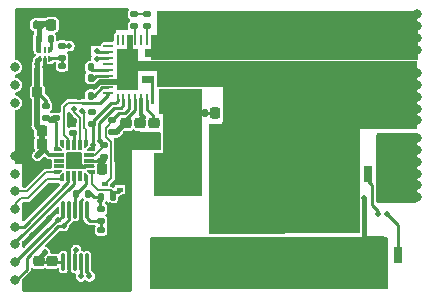
<source format=gbr>
%TF.GenerationSoftware,KiCad,Pcbnew,7.0.9*%
%TF.CreationDate,2024-04-04T22:54:04+08:00*%
%TF.ProjectId,power_module_v0.1,706f7765-725f-46d6-9f64-756c655f7630,rev?*%
%TF.SameCoordinates,Original*%
%TF.FileFunction,Copper,L1,Top*%
%TF.FilePolarity,Positive*%
%FSLAX46Y46*%
G04 Gerber Fmt 4.6, Leading zero omitted, Abs format (unit mm)*
G04 Created by KiCad (PCBNEW 7.0.9) date 2024-04-04 22:54:04*
%MOMM*%
%LPD*%
G01*
G04 APERTURE LIST*
G04 Aperture macros list*
%AMRoundRect*
0 Rectangle with rounded corners*
0 $1 Rounding radius*
0 $2 $3 $4 $5 $6 $7 $8 $9 X,Y pos of 4 corners*
0 Add a 4 corners polygon primitive as box body*
4,1,4,$2,$3,$4,$5,$6,$7,$8,$9,$2,$3,0*
0 Add four circle primitives for the rounded corners*
1,1,$1+$1,$2,$3*
1,1,$1+$1,$4,$5*
1,1,$1+$1,$6,$7*
1,1,$1+$1,$8,$9*
0 Add four rect primitives between the rounded corners*
20,1,$1+$1,$2,$3,$4,$5,0*
20,1,$1+$1,$4,$5,$6,$7,0*
20,1,$1+$1,$6,$7,$8,$9,0*
20,1,$1+$1,$8,$9,$2,$3,0*%
%AMOutline4P*
0 Free polygon, 4 corners , with rotation*
0 The origin of the aperture is its center*
0 number of corners: always 4*
0 $1 to $8 corner X, Y*
0 $9 Rotation angle, in degrees counterclockwise*
0 create outline with 4 corners*
4,1,4,$1,$2,$3,$4,$5,$6,$7,$8,$1,$2,$9*%
%AMOutline5P*
0 Free polygon, 5 corners , with rotation*
0 The origin of the aperture is its center*
0 number of corners: always 5*
0 $1 to $10 corner X, Y*
0 $11 Rotation angle, in degrees counterclockwise*
0 create outline with 5 corners*
4,1,5,$1,$2,$3,$4,$5,$6,$7,$8,$9,$10,$1,$2,$11*%
%AMOutline6P*
0 Free polygon, 6 corners , with rotation*
0 The origin of the aperture is its center*
0 number of corners: always 6*
0 $1 to $12 corner X, Y*
0 $13 Rotation angle, in degrees counterclockwise*
0 create outline with 6 corners*
4,1,6,$1,$2,$3,$4,$5,$6,$7,$8,$9,$10,$11,$12,$1,$2,$13*%
%AMOutline7P*
0 Free polygon, 7 corners , with rotation*
0 The origin of the aperture is its center*
0 number of corners: always 7*
0 $1 to $14 corner X, Y*
0 $15 Rotation angle, in degrees counterclockwise*
0 create outline with 7 corners*
4,1,7,$1,$2,$3,$4,$5,$6,$7,$8,$9,$10,$11,$12,$13,$14,$1,$2,$15*%
%AMOutline8P*
0 Free polygon, 8 corners , with rotation*
0 The origin of the aperture is its center*
0 number of corners: always 8*
0 $1 to $16 corner X, Y*
0 $17 Rotation angle, in degrees counterclockwise*
0 create outline with 8 corners*
4,1,8,$1,$2,$3,$4,$5,$6,$7,$8,$9,$10,$11,$12,$13,$14,$15,$16,$1,$2,$17*%
G04 Aperture macros list end*
%TA.AperFunction,NonConductor*%
%ADD10C,0.010000*%
%TD*%
%TA.AperFunction,SMDPad,CuDef*%
%ADD11RoundRect,0.140000X0.140000X0.170000X-0.140000X0.170000X-0.140000X-0.170000X0.140000X-0.170000X0*%
%TD*%
%TA.AperFunction,SMDPad,CuDef*%
%ADD12RoundRect,0.135000X-0.185000X0.135000X-0.185000X-0.135000X0.185000X-0.135000X0.185000X0.135000X0*%
%TD*%
%TA.AperFunction,SMDPad,CuDef*%
%ADD13RoundRect,0.225000X-0.225000X-0.250000X0.225000X-0.250000X0.225000X0.250000X-0.225000X0.250000X0*%
%TD*%
%TA.AperFunction,SMDPad,CuDef*%
%ADD14RoundRect,0.875000X-0.875000X-0.875000X0.875000X-0.875000X0.875000X0.875000X-0.875000X0.875000X0*%
%TD*%
%TA.AperFunction,SMDPad,CuDef*%
%ADD15RoundRect,0.225000X-0.250000X0.225000X-0.250000X-0.225000X0.250000X-0.225000X0.250000X0.225000X0*%
%TD*%
%TA.AperFunction,SMDPad,CuDef*%
%ADD16RoundRect,0.135000X0.185000X-0.135000X0.185000X0.135000X-0.185000X0.135000X-0.185000X-0.135000X0*%
%TD*%
%TA.AperFunction,SMDPad,CuDef*%
%ADD17RoundRect,0.225000X0.225000X0.250000X-0.225000X0.250000X-0.225000X-0.250000X0.225000X-0.250000X0*%
%TD*%
%TA.AperFunction,SMDPad,CuDef*%
%ADD18RoundRect,0.250000X-1.100000X0.325000X-1.100000X-0.325000X1.100000X-0.325000X1.100000X0.325000X0*%
%TD*%
%TA.AperFunction,SMDPad,CuDef*%
%ADD19RoundRect,0.135000X-0.135000X-0.185000X0.135000X-0.185000X0.135000X0.185000X-0.135000X0.185000X0*%
%TD*%
%TA.AperFunction,SMDPad,CuDef*%
%ADD20RoundRect,0.250000X1.100000X-0.325000X1.100000X0.325000X-1.100000X0.325000X-1.100000X-0.325000X0*%
%TD*%
%TA.AperFunction,SMDPad,CuDef*%
%ADD21RoundRect,0.075000X-0.075000X0.650000X-0.075000X-0.650000X0.075000X-0.650000X0.075000X0.650000X0*%
%TD*%
%TA.AperFunction,SMDPad,CuDef*%
%ADD22R,0.510000X0.400000*%
%TD*%
%TA.AperFunction,SMDPad,CuDef*%
%ADD23RoundRect,0.250000X0.650000X-0.325000X0.650000X0.325000X-0.650000X0.325000X-0.650000X-0.325000X0*%
%TD*%
%TA.AperFunction,SMDPad,CuDef*%
%ADD24RoundRect,0.243600X-0.771400X0.901400X-0.771400X-0.901400X0.771400X-0.901400X0.771400X0.901400X0*%
%TD*%
%TA.AperFunction,SMDPad,CuDef*%
%ADD25RoundRect,0.091200X-0.288800X0.608800X-0.288800X-0.608800X0.288800X-0.608800X0.288800X0.608800X0*%
%TD*%
%TA.AperFunction,SMDPad,CuDef*%
%ADD26RoundRect,0.190000X-0.190000X0.510000X-0.190000X-0.510000X0.190000X-0.510000X0.190000X0.510000X0*%
%TD*%
%TA.AperFunction,SMDPad,CuDef*%
%ADD27RoundRect,0.225000X0.250000X-0.225000X0.250000X0.225000X-0.250000X0.225000X-0.250000X-0.225000X0*%
%TD*%
%TA.AperFunction,SMDPad,CuDef*%
%ADD28R,0.508000X0.812800*%
%TD*%
%TA.AperFunction,SMDPad,CuDef*%
%ADD29R,0.254000X0.812800*%
%TD*%
%TA.AperFunction,SMDPad,CuDef*%
%ADD30R,0.812800X0.254000*%
%TD*%
%TA.AperFunction,SMDPad,CuDef*%
%ADD31R,0.812800X0.304800*%
%TD*%
%TA.AperFunction,SMDPad,CuDef*%
%ADD32R,0.812800X0.508000*%
%TD*%
%TA.AperFunction,SMDPad,CuDef*%
%ADD33RoundRect,0.140000X-0.170000X0.140000X-0.170000X-0.140000X0.170000X-0.140000X0.170000X0.140000X0*%
%TD*%
%TA.AperFunction,SMDPad,CuDef*%
%ADD34R,0.280000X0.530000*%
%TD*%
%TA.AperFunction,SMDPad,CuDef*%
%ADD35RoundRect,0.135000X0.135000X0.185000X-0.135000X0.185000X-0.135000X-0.185000X0.135000X-0.185000X0*%
%TD*%
%TA.AperFunction,SMDPad,CuDef*%
%ADD36Outline5P,-0.175000X0.300000X0.175000X0.300000X0.175000X-0.125000X0.000000X-0.300000X-0.175000X-0.300000X90.000000*%
%TD*%
%TA.AperFunction,SMDPad,CuDef*%
%ADD37Outline4P,-0.175000X-0.400000X0.175000X-0.400000X0.175000X0.400000X-0.175000X0.400000X270.000000*%
%TD*%
%TA.AperFunction,SMDPad,CuDef*%
%ADD38Outline5P,-0.300000X0.000000X-0.125000X0.175000X0.300000X0.175000X0.300000X-0.175000X-0.300000X-0.175000X180.000000*%
%TD*%
%TA.AperFunction,SMDPad,CuDef*%
%ADD39Outline5P,-0.175000X0.125000X0.000000X0.300000X0.175000X0.300000X0.175000X-0.300000X-0.175000X-0.300000X0.000000*%
%TD*%
%TA.AperFunction,SMDPad,CuDef*%
%ADD40Outline4P,-0.175000X-0.400000X0.175000X-0.400000X0.175000X0.400000X-0.175000X0.400000X180.000000*%
%TD*%
%TA.AperFunction,SMDPad,CuDef*%
%ADD41Outline5P,-0.175000X0.300000X0.175000X0.300000X0.175000X-0.300000X0.000000X-0.300000X-0.175000X-0.125000X180.000000*%
%TD*%
%TA.AperFunction,SMDPad,CuDef*%
%ADD42Outline5P,-0.175000X0.300000X0.175000X0.300000X0.175000X-0.125000X0.000000X-0.300000X-0.175000X-0.300000X270.000000*%
%TD*%
%TA.AperFunction,SMDPad,CuDef*%
%ADD43Outline5P,-0.175000X0.300000X0.175000X0.300000X0.175000X-0.300000X0.000000X-0.300000X-0.175000X-0.125000X270.000000*%
%TD*%
%TA.AperFunction,SMDPad,CuDef*%
%ADD44Outline5P,-0.175000X0.125000X0.000000X0.300000X0.175000X0.300000X0.175000X-0.300000X-0.175000X-0.300000X180.000000*%
%TD*%
%TA.AperFunction,SMDPad,CuDef*%
%ADD45Outline5P,-0.175000X0.300000X0.000000X0.300000X0.175000X0.125000X0.175000X-0.300000X-0.175000X-0.300000X180.000000*%
%TD*%
%TA.AperFunction,ViaPad*%
%ADD46C,0.800000*%
%TD*%
%TA.AperFunction,ViaPad*%
%ADD47C,0.500000*%
%TD*%
%TA.AperFunction,Conductor*%
%ADD48C,0.250000*%
%TD*%
%TA.AperFunction,Conductor*%
%ADD49C,0.400000*%
%TD*%
%TA.AperFunction,Conductor*%
%ADD50C,0.350000*%
%TD*%
%TA.AperFunction,Conductor*%
%ADD51C,0.200000*%
%TD*%
%TA.AperFunction,Conductor*%
%ADD52C,0.010000*%
%TD*%
%TA.AperFunction,Conductor*%
%ADD53C,0.500000*%
%TD*%
%TA.AperFunction,Conductor*%
%ADD54C,0.300000*%
%TD*%
%TA.AperFunction,Conductor*%
%ADD55C,0.180000*%
%TD*%
G04 APERTURE END LIST*
D10*
X150600000Y-92900000D02*
X128640000Y-92900000D01*
X128650000Y-90200000D01*
X150550000Y-90200000D01*
X150600000Y-92900000D01*
%TA.AperFunction,NonConductor*%
G36*
X150600000Y-92900000D02*
G01*
X128640000Y-92900000D01*
X128650000Y-90200000D01*
X150550000Y-90200000D01*
X150600000Y-92900000D01*
G37*
%TD.AperFunction*%
X150600000Y-94300000D02*
X128100000Y-94300000D01*
X128100000Y-92300000D01*
X150600000Y-92300000D01*
X150600000Y-94300000D01*
%TA.AperFunction,NonConductor*%
G36*
X150600000Y-94300000D02*
G01*
X128100000Y-94300000D01*
X128100000Y-92300000D01*
X150600000Y-92300000D01*
X150600000Y-94300000D01*
G37*
%TD.AperFunction*%
X132350000Y-102900000D02*
X129150000Y-102900000D01*
X129150000Y-98850000D01*
X128750000Y-98850000D01*
X128750000Y-96850000D01*
X132350000Y-96850000D01*
X132350000Y-102900000D01*
%TA.AperFunction,NonConductor*%
G36*
X132350000Y-102900000D02*
G01*
X129150000Y-102900000D01*
X129150000Y-98850000D01*
X128750000Y-98850000D01*
X128750000Y-96850000D01*
X132350000Y-96850000D01*
X132350000Y-102900000D01*
G37*
%TD.AperFunction*%
X150590000Y-100120000D02*
X145690000Y-100120000D01*
X145690000Y-108960000D01*
X133040000Y-109010000D01*
X133040000Y-99820000D01*
X134240000Y-99820000D01*
X134240000Y-96570000D01*
X128640000Y-96570000D01*
X128640000Y-94470000D01*
X150590000Y-94470000D01*
X150590000Y-100120000D01*
%TA.AperFunction,NonConductor*%
G36*
X150590000Y-100120000D02*
G01*
X145690000Y-100120000D01*
X145690000Y-108960000D01*
X133040000Y-109010000D01*
X133040000Y-99820000D01*
X134240000Y-99820000D01*
X134240000Y-96570000D01*
X128640000Y-96570000D01*
X128640000Y-94470000D01*
X150590000Y-94470000D01*
X150590000Y-100120000D01*
G37*
%TD.AperFunction*%
X132350000Y-105850000D02*
X128400000Y-105850000D01*
X128400000Y-102250000D01*
X132350000Y-102250000D01*
X132350000Y-105850000D01*
%TA.AperFunction,NonConductor*%
G36*
X132350000Y-105850000D02*
G01*
X128400000Y-105850000D01*
X128400000Y-102250000D01*
X132350000Y-102250000D01*
X132350000Y-105850000D01*
G37*
%TD.AperFunction*%
X126500000Y-93800000D02*
X126050000Y-93800000D01*
X126050000Y-92300000D01*
X126500000Y-92300000D01*
X126500000Y-93800000D01*
%TA.AperFunction,NonConductor*%
G36*
X126500000Y-93800000D02*
G01*
X126050000Y-93800000D01*
X126050000Y-92300000D01*
X126500000Y-92300000D01*
X126500000Y-93800000D01*
G37*
%TD.AperFunction*%
X125640000Y-96430000D02*
X123690000Y-96430000D01*
X123720000Y-96010000D01*
X125660000Y-96010000D01*
X125640000Y-96430000D01*
%TA.AperFunction,NonConductor*%
G36*
X125640000Y-96430000D02*
G01*
X123690000Y-96430000D01*
X123720000Y-96010000D01*
X125660000Y-96010000D01*
X125640000Y-96430000D01*
G37*
%TD.AperFunction*%
%TA.AperFunction,EtchedComponent*%
%TO.C,U2*%
G36*
X128406400Y-98108300D02*
G01*
X128152400Y-98108300D01*
X128152400Y-96315060D01*
X127339600Y-96315060D01*
X127339600Y-95705460D01*
X128406400Y-95705460D01*
X128406400Y-98108300D01*
G37*
%TD.AperFunction*%
%TA.AperFunction,EtchedComponent*%
G36*
X127029720Y-94476100D02*
G01*
X131911600Y-94476100D01*
X131911600Y-94984100D01*
X131154680Y-94984100D01*
X131154680Y-95946760D01*
X131911600Y-95946760D01*
X131911600Y-96454760D01*
X129109980Y-96454760D01*
X129109980Y-95306680D01*
X127029720Y-95306680D01*
X127029720Y-96952600D01*
X125251720Y-96952600D01*
X125251720Y-93447400D01*
X127029720Y-93447400D01*
X127029720Y-94476100D01*
G37*
%TD.AperFunction*%
%TA.AperFunction,EtchedComponent*%
G36*
X128652780Y-93013060D02*
G01*
X129397000Y-93013060D01*
X129397000Y-92291700D01*
X129905000Y-92291700D01*
X129905000Y-93013060D01*
X130646680Y-93013060D01*
X130646680Y-92291700D01*
X131154680Y-92291700D01*
X131154680Y-93818240D01*
X131911600Y-93818240D01*
X131911600Y-94123040D01*
X127629160Y-94123040D01*
X127629160Y-93449940D01*
X128144780Y-93449940D01*
X128144780Y-92291700D01*
X128652780Y-92291700D01*
X128652780Y-93013060D01*
G37*
%TD.AperFunction*%
%TA.AperFunction,EtchedComponent*%
G36*
X131911600Y-97153260D02*
G01*
X131152140Y-97153260D01*
X131152140Y-98108300D01*
X130898140Y-98108300D01*
X130898140Y-97402180D01*
X130651760Y-97402180D01*
X130651760Y-98108300D01*
X130397760Y-98108300D01*
X130397760Y-97402180D01*
X130151380Y-97402180D01*
X130151380Y-98108300D01*
X129897380Y-98108300D01*
X129897380Y-97402180D01*
X129651000Y-97402180D01*
X129651000Y-98108300D01*
X129397000Y-98108300D01*
X129397000Y-97402180D01*
X129153160Y-97402180D01*
X129153160Y-98108300D01*
X128899160Y-98108300D01*
X128899160Y-96848460D01*
X131911600Y-96848460D01*
X131911600Y-97153260D01*
G37*
%TD.AperFunction*%
%TD*%
D11*
%TO.P,C8,1*%
%TO.N,+5VA*%
X118380000Y-91400000D03*
%TO.P,C8,2*%
%TO.N,GNDA*%
X117420000Y-91400000D03*
%TD*%
D12*
%TO.P,R6,1*%
%TO.N,Net-(C4-Pad1)*%
X126700000Y-90490000D03*
%TO.P,R6,2*%
%TO.N,Net-(U2-BOOT)*%
X126700000Y-91510000D03*
%TD*%
D13*
%TO.P,C21,1*%
%TO.N,Net-(C21-Pad1)*%
X133525000Y-98900000D03*
%TO.P,C21,2*%
%TO.N,GNDA*%
X135075000Y-98900000D03*
%TD*%
D12*
%TO.P,R12,1*%
%TO.N,+3.3V*%
X120600000Y-93190000D03*
%TO.P,R12,2*%
%TO.N,Net-(U4-ADJ)*%
X120600000Y-94210000D03*
%TD*%
D14*
%TO.P,L1,1,1*%
%TO.N,Net-(L1-Pad1)*%
X130250000Y-103950000D03*
%TO.P,L1,2,2*%
%TO.N,Net-(U2-VSEN+)*%
X130250000Y-111550000D03*
%TD*%
D15*
%TO.P,C16,1*%
%TO.N,VCC*%
X133000000Y-93525000D03*
%TO.P,C16,2*%
%TO.N,GNDA*%
X133000000Y-95075000D03*
%TD*%
D16*
%TO.P,R7,1*%
%TO.N,+5VA*%
X124800000Y-100510000D03*
%TO.P,R7,2*%
%TO.N,Net-(Q1-D)*%
X124800000Y-99490000D03*
%TD*%
D17*
%TO.P,C22,1*%
%TO.N,+3.3V*%
X118875000Y-101500000D03*
%TO.P,C22,2*%
%TO.N,GNDA*%
X117325000Y-101500000D03*
%TD*%
D18*
%TO.P,C14,1*%
%TO.N,VCC*%
X136500000Y-93225000D03*
%TO.P,C14,2*%
%TO.N,GNDA*%
X136500000Y-96175000D03*
%TD*%
D13*
%TO.P,C7,1*%
%TO.N,+5VA*%
X119675000Y-91400000D03*
%TO.P,C7,2*%
%TO.N,GNDA*%
X121225000Y-91400000D03*
%TD*%
D19*
%TO.P,R5,1*%
%TO.N,GNDA*%
X121990000Y-95000000D03*
%TO.P,R5,2*%
%TO.N,Net-(U2-ADDR)*%
X123010000Y-95000000D03*
%TD*%
D15*
%TO.P,C23,1*%
%TO.N,+3.3V*%
X118600000Y-111425000D03*
%TO.P,C23,2*%
%TO.N,GNDA*%
X118600000Y-112975000D03*
%TD*%
D20*
%TO.P,C10,1*%
%TO.N,Net-(U2-VSEN+)*%
X140750000Y-110725000D03*
%TO.P,C10,2*%
%TO.N,GNDA*%
X140750000Y-107775000D03*
%TD*%
D21*
%TO.P,U3,1,A1*%
%TO.N,Net-(U3-A1)*%
X122700000Y-107100000D03*
%TO.P,U3,2,A0*%
%TO.N,GNDA*%
X122200000Y-107100000D03*
%TO.P,U3,3,~{Alert}*%
%TO.N,~{SENSOR_ALERT}*%
X121700000Y-107100000D03*
%TO.P,U3,4,SDA*%
%TO.N,I2C0_SDA*%
X121200000Y-107100000D03*
%TO.P,U3,5,SCL*%
%TO.N,I2C0_SCL*%
X120700000Y-107100000D03*
%TO.P,U3,6,VS*%
%TO.N,+3.3V*%
X120700000Y-111500000D03*
%TO.P,U3,7,GND*%
%TO.N,GNDA*%
X121200000Y-111500000D03*
%TO.P,U3,8,Vbus*%
%TO.N,Net-(U2-VSEN+)*%
X121700000Y-111500000D03*
%TO.P,U3,9,Vin-*%
%TO.N,Net-(U3-Vin-)*%
X122200000Y-111500000D03*
%TO.P,U3,10,Vin+*%
%TO.N,Net-(U3-Vin+)*%
X122700000Y-111500000D03*
%TD*%
D22*
%TO.P,Q1,1,G*%
%TO.N,~{PWR_EN}*%
X125495000Y-105350000D03*
%TO.P,Q1,2,S*%
%TO.N,GNDA*%
X125495000Y-104350000D03*
%TO.P,Q1,3,D*%
%TO.N,Net-(Q1-D)*%
X124205000Y-104850000D03*
%TD*%
D16*
%TO.P,R17,1*%
%TO.N,Net-(U3-A1)*%
X123900000Y-108010000D03*
%TO.P,R17,2*%
%TO.N,+3.3V*%
X123900000Y-106990000D03*
%TD*%
%TO.P,R15,1*%
%TO.N,I2C0_SDA*%
X123100000Y-99810000D03*
%TO.P,R15,2*%
%TO.N,+3.3V*%
X123100000Y-98790000D03*
%TD*%
D12*
%TO.P,C1,1*%
%TO.N,GNDA*%
X120100000Y-98300000D03*
%TO.P,C1,2*%
%TO.N,Net-(U1-NRST)*%
X120100000Y-99320000D03*
%TD*%
D23*
%TO.P,C6,1*%
%TO.N,Net-(U2-VSEN+)*%
X138000000Y-110725000D03*
%TO.P,C6,2*%
%TO.N,GNDA*%
X138000000Y-107775000D03*
%TD*%
D18*
%TO.P,C13,1*%
%TO.N,VCC*%
X139500000Y-93225000D03*
%TO.P,C13,2*%
%TO.N,GNDA*%
X139500000Y-96175000D03*
%TD*%
D24*
%TO.P,R9,1,1*%
%TO.N,/VOUT*%
X148385000Y-104515000D03*
D25*
%TO.P,R9,2,2*%
%TO.N,Net-(U3-Vin-)*%
X146480000Y-104070000D03*
D26*
%TO.P,R9,3,3*%
%TO.N,Net-(U3-Vin+)*%
X149020000Y-110930000D03*
D24*
%TO.P,R9,4,4*%
%TO.N,Net-(U2-VSEN+)*%
X147115000Y-110485000D03*
%TD*%
D17*
%TO.P,C11,1*%
%TO.N,+3.3V*%
X118875000Y-100400000D03*
%TO.P,C11,2*%
%TO.N,GNDA*%
X117325000Y-100400000D03*
%TD*%
D27*
%TO.P,C3,1*%
%TO.N,GNDA*%
X126000000Y-101275000D03*
%TO.P,C3,2*%
%TO.N,+5VA*%
X126000000Y-99725000D03*
%TD*%
D16*
%TO.P,R18,1*%
%TO.N,GNDA*%
X123900000Y-109810000D03*
%TO.P,R18,2*%
%TO.N,Net-(U3-A1)*%
X123900000Y-108790000D03*
%TD*%
D15*
%TO.P,C15,1*%
%TO.N,VCC*%
X134250000Y-93525000D03*
%TO.P,C15,2*%
%TO.N,GNDA*%
X134250000Y-95075000D03*
%TD*%
D20*
%TO.P,C12,1*%
%TO.N,Net-(U2-VSEN+)*%
X144000000Y-110725000D03*
%TO.P,C12,2*%
%TO.N,GNDA*%
X144000000Y-107775000D03*
%TD*%
D19*
%TO.P,R3,1*%
%TO.N,GNDA*%
X121990000Y-97400000D03*
%TO.P,R3,2*%
%TO.N,Net-(U2-RT{slash}SYNC)*%
X123010000Y-97400000D03*
%TD*%
D16*
%TO.P,R1,1*%
%TO.N,Net-(U1-NRST)*%
X119220000Y-99310000D03*
%TO.P,R1,2*%
%TO.N,+3.3V*%
X119220000Y-98290000D03*
%TD*%
D12*
%TO.P,R16,1*%
%TO.N,I2C0_SCL*%
X124100000Y-101590000D03*
%TO.P,R16,2*%
%TO.N,+3.3V*%
X124100000Y-102610000D03*
%TD*%
D19*
%TO.P,R10,1*%
%TO.N,~{SENSOR_ALERT}*%
X121790000Y-105750000D03*
%TO.P,R10,2*%
%TO.N,+3.3V*%
X122810000Y-105750000D03*
%TD*%
D27*
%TO.P,C5,1*%
%TO.N,Net-(U2-VSEN+)*%
X135000000Y-110025000D03*
%TO.P,C5,2*%
%TO.N,GNDA*%
X135000000Y-108475000D03*
%TD*%
D13*
%TO.P,C20,1*%
%TO.N,+3.3V*%
X118500000Y-97100000D03*
%TO.P,C20,2*%
%TO.N,GNDA*%
X120050000Y-97100000D03*
%TD*%
D27*
%TO.P,C9,1*%
%TO.N,Net-(U2-VSEN+)*%
X136250000Y-110025000D03*
%TO.P,C9,2*%
%TO.N,GNDA*%
X136250000Y-108475000D03*
%TD*%
D28*
%TO.P,U2,1,PVIN*%
%TO.N,VCC*%
X130900680Y-92698100D03*
%TO.P,U2,2,PVIN*%
X129651000Y-92698100D03*
%TO.P,U2,3,PVIN*%
X128398780Y-92698100D03*
D29*
%TO.P,U2,4,PH*%
%TO.N,Net-(U2-PH)*%
X127779020Y-92698100D03*
%TO.P,U2,5,GH*%
%TO.N,unconnected-(U2-GH-Pad5)*%
X127281180Y-92698100D03*
%TO.P,U2,6,BOOT*%
%TO.N,Net-(U2-BOOT)*%
X126780800Y-92698100D03*
%TO.P,U2,7,AGND*%
%TO.N,GNDA*%
X126280420Y-92698100D03*
%TO.P,U2,8,NC*%
%TO.N,unconnected-(U2-NC-Pad8)*%
X125780040Y-92698100D03*
%TO.P,U2,9,NC*%
%TO.N,unconnected-(U2-NC-Pad9)*%
X125279660Y-92698100D03*
D30*
%TO.P,U2,10,NC*%
%TO.N,unconnected-(U2-NC-Pad10)*%
X124494800Y-93201020D03*
%TO.P,U2,11,VSEN-*%
%TO.N,GNDA*%
X124494800Y-93698860D03*
%TO.P,U2,12,VSEN+*%
%TO.N,Net-(U2-VSEN+)*%
X124494800Y-94199240D03*
%TO.P,U2,13,PGOOD*%
%TO.N,unconnected-(U2-PGOOD-Pad13)*%
X124494800Y-94699620D03*
%TO.P,U2,14,ADDR*%
%TO.N,Net-(U2-ADDR)*%
X124494800Y-95200000D03*
%TO.P,U2,15,VSET*%
%TO.N,Net-(U2-VSET)*%
X124494800Y-95700380D03*
%TO.P,U2,16,AGND*%
%TO.N,GNDA*%
X124494800Y-96200760D03*
%TO.P,U2,17,RT/SYNC*%
%TO.N,Net-(U2-RT{slash}SYNC)*%
X124494800Y-96701140D03*
%TO.P,U2,18,SALRT*%
%TO.N,PWR_ALERT*%
X124494800Y-97198980D03*
D29*
%TO.P,U2,19,SDA*%
%TO.N,I2C0_SDA*%
X125279660Y-97701900D03*
%TO.P,U2,20,SCL*%
%TO.N,I2C0_SCL*%
X125780040Y-97701900D03*
%TO.P,U2,21,EN*%
%TO.N,Net-(Q1-D)*%
X126280420Y-97701900D03*
%TO.P,U2,22,VDD*%
%TO.N,+5VA*%
X126780800Y-97701900D03*
%TO.P,U2,23,VIN*%
%TO.N,VCC*%
X127281180Y-97701900D03*
%TO.P,U2,24,PVCC*%
%TO.N,Net-(U2-PVCC)*%
X127779020Y-97701900D03*
%TO.P,U2,25,GL*%
%TO.N,unconnected-(U2-GL-Pad25)*%
X128279400Y-97701900D03*
%TO.P,U2,26,SW*%
%TO.N,Net-(L1-Pad1)*%
X129026160Y-97701900D03*
%TO.P,U2,27,SW*%
X129524000Y-97701900D03*
%TO.P,U2,28,SW*%
X130024380Y-97701900D03*
%TO.P,U2,29,SW*%
X130524760Y-97701900D03*
%TO.P,U2,30,SW*%
X131025140Y-97701900D03*
D31*
%TO.P,U2,31,SW*%
X131505200Y-97000860D03*
D32*
%TO.P,U2,32,PGND*%
%TO.N,GNDA*%
X131505200Y-96200760D03*
%TO.P,U2,33,PGND*%
X131505200Y-94730100D03*
D31*
%TO.P,U2,34,PVIN*%
%TO.N,VCC*%
X131505200Y-93970640D03*
%TD*%
D19*
%TO.P,C19,1*%
%TO.N,+3.3V*%
X118490000Y-95300000D03*
%TO.P,C19,2*%
%TO.N,GNDA*%
X119510000Y-95300000D03*
%TD*%
D27*
%TO.P,C2,1*%
%TO.N,GNDA*%
X128400000Y-101275000D03*
%TO.P,C2,2*%
%TO.N,Net-(U2-PVCC)*%
X128400000Y-99725000D03*
%TD*%
D15*
%TO.P,C18,1*%
%TO.N,VCC*%
X127200000Y-99725000D03*
%TO.P,C18,2*%
%TO.N,GNDA*%
X127200000Y-101275000D03*
%TD*%
D16*
%TO.P,R13,1*%
%TO.N,GNDA*%
X120600000Y-95910000D03*
%TO.P,R13,2*%
%TO.N,Net-(U4-ADJ)*%
X120600000Y-94890000D03*
%TD*%
D19*
%TO.P,R8,1*%
%TO.N,+3.3V*%
X123840000Y-106000000D03*
%TO.P,R8,2*%
%TO.N,~{PWR_EN}*%
X124860000Y-106000000D03*
%TD*%
D13*
%TO.P,C17,1*%
%TO.N,+3.3V*%
X124000000Y-103600000D03*
%TO.P,C17,2*%
%TO.N,GNDA*%
X125550000Y-103600000D03*
%TD*%
D33*
%TO.P,C4,1*%
%TO.N,Net-(C4-Pad1)*%
X127800000Y-90520000D03*
%TO.P,C4,2*%
%TO.N,Net-(U2-PH)*%
X127800000Y-91480000D03*
%TD*%
D34*
%TO.P,U4,1,OUT*%
%TO.N,+3.3V*%
X118700000Y-94268000D03*
%TO.P,U4,2,GND*%
%TO.N,GNDA*%
X119100000Y-94268000D03*
%TO.P,U4,3,ADJ*%
%TO.N,Net-(U4-ADJ)*%
X119500000Y-94268000D03*
%TO.P,U4,4,EN*%
%TO.N,Net-(U4-EN)*%
X119500000Y-93532000D03*
%TO.P,U4,5,NC*%
%TO.N,unconnected-(U4-NC-Pad5)*%
X119100000Y-93532000D03*
%TO.P,U4,6,IN*%
%TO.N,+5VA*%
X118700000Y-93532000D03*
%TD*%
D19*
%TO.P,R14,1*%
%TO.N,Net-(L1-Pad1)*%
X131690000Y-98900000D03*
%TO.P,R14,2*%
%TO.N,Net-(C21-Pad1)*%
X132710000Y-98900000D03*
%TD*%
D12*
%TO.P,R2,1*%
%TO.N,GNDA*%
X121500000Y-99540000D03*
%TO.P,R2,2*%
%TO.N,Net-(U1-BOOT0)*%
X121500000Y-100560000D03*
%TD*%
D19*
%TO.P,R4,1*%
%TO.N,GNDA*%
X121990000Y-95900000D03*
%TO.P,R4,2*%
%TO.N,Net-(U2-VSET)*%
X123010000Y-95900000D03*
%TD*%
D35*
%TO.P,R11,1*%
%TO.N,Net-(U4-EN)*%
X119610000Y-92600000D03*
%TO.P,R11,2*%
%TO.N,+5VA*%
X118590000Y-92600000D03*
%TD*%
D15*
%TO.P,C24,1*%
%TO.N,+3.3V*%
X119700000Y-111425000D03*
%TO.P,C24,2*%
%TO.N,GNDA*%
X119700000Y-112975000D03*
%TD*%
D36*
%TO.P,U1,1,NRST*%
%TO.N,Net-(U1-NRST)*%
X120200000Y-101900000D03*
D37*
%TO.P,U1,2,VDDA*%
%TO.N,+3.3V*%
X120300000Y-102400000D03*
%TO.P,U1,3,PA0*%
%TO.N,unconnected-(U1-PA0-Pad3)*%
X120300000Y-102900000D03*
%TO.P,U1,4,PA1*%
%TO.N,unconnected-(U1-PA1-Pad4)*%
X120300000Y-103400000D03*
D38*
%TO.P,U1,5,PA2*%
%TO.N,UART_TXD*%
X120200000Y-103900000D03*
D39*
%TO.P,U1,6,PA3*%
%TO.N,UART_RXD*%
X120600000Y-104300000D03*
D40*
%TO.P,U1,7,PA4*%
%TO.N,GPIO2*%
X121100000Y-104200000D03*
%TO.P,U1,8,PA5*%
%TO.N,GPIO3*%
X121600000Y-104200000D03*
%TO.P,U1,9,PA6*%
%TO.N,unconnected-(U1-PA6-Pad9)*%
X122100000Y-104200000D03*
D41*
%TO.P,U1,10,PA7*%
%TO.N,~{SENSOR_ALERT}*%
X122600000Y-104300000D03*
D42*
%TO.P,U1,11,PB1*%
%TO.N,~{PWR_EN}*%
X123000000Y-103900000D03*
D37*
%TO.P,U1,12,VSS*%
%TO.N,GNDA*%
X122900000Y-103400000D03*
%TO.P,U1,13,VDD*%
%TO.N,+3.3V*%
X122900000Y-102900000D03*
%TO.P,U1,14,PA9*%
%TO.N,I2C0_SCL*%
X122900000Y-102400000D03*
D43*
%TO.P,U1,15,PA10*%
%TO.N,I2C0_SDA*%
X123000000Y-101900000D03*
D44*
%TO.P,U1,16,PA13*%
%TO.N,SWDIO*%
X122600000Y-101500000D03*
D40*
%TO.P,U1,17,PA14*%
%TO.N,SWCLK*%
X122100000Y-101600000D03*
%TO.P,U1,18,BOOT0*%
%TO.N,Net-(U1-BOOT0)*%
X121600000Y-101600000D03*
%TO.P,U1,19,OSCIN*%
%TO.N,PWR_ALERT*%
X121100000Y-101600000D03*
D45*
%TO.P,U1,20,OSCOUT*%
%TO.N,unconnected-(U1-OSCOUT-Pad20)*%
X120600000Y-101500000D03*
%TD*%
D46*
%TO.N,Net-(U1-NRST)*%
X116600000Y-98000000D03*
D47*
X119700000Y-99400000D03*
%TO.N,GNDA*%
X148600000Y-96000000D03*
X137570000Y-108630000D03*
X145070000Y-108630000D03*
X144850000Y-98250000D03*
X120630000Y-112860000D03*
X135850000Y-102000000D03*
X136600000Y-95250000D03*
X137350000Y-101250000D03*
X126800000Y-95600000D03*
X139600000Y-101250000D03*
X138100000Y-104000000D03*
X134340000Y-106800000D03*
X126200000Y-104350000D03*
X128700000Y-101700000D03*
X149350000Y-95250000D03*
X124400000Y-113700000D03*
X143350000Y-101250000D03*
X126800000Y-93800000D03*
X140350000Y-102000000D03*
X147100000Y-97500000D03*
X136600000Y-98250000D03*
X149350000Y-96000000D03*
X134600000Y-96000000D03*
X134350000Y-99750000D03*
X138850000Y-104000000D03*
X124200000Y-90500000D03*
X117740000Y-107130000D03*
X134350000Y-104750000D03*
X138850000Y-105500000D03*
X136590000Y-106800000D03*
X139600000Y-100500000D03*
X117650000Y-98850000D03*
X134600000Y-96750000D03*
X136600000Y-99750000D03*
X136600000Y-102000000D03*
X138100000Y-99000000D03*
X133600000Y-104750000D03*
X144850000Y-103500000D03*
X141850000Y-104750000D03*
X121250000Y-99100000D03*
X142600000Y-100500000D03*
X139600000Y-104000000D03*
X122250000Y-91000000D03*
X137350000Y-99750000D03*
X141850000Y-99000000D03*
X129000000Y-95400000D03*
X138850000Y-95250000D03*
X139600000Y-97500000D03*
X138850000Y-104750000D03*
X122800000Y-96650000D03*
X142600000Y-97500000D03*
X138100000Y-100500000D03*
X148600000Y-95250000D03*
X138100000Y-104000000D03*
X123000000Y-90500000D03*
X125800000Y-102000000D03*
X126200000Y-96200000D03*
X119850000Y-105049500D03*
X120550000Y-92400000D03*
X146350000Y-98250000D03*
X128100000Y-100750000D03*
X138100000Y-104750000D03*
X135100000Y-104000000D03*
X137350000Y-100500000D03*
X130400000Y-96000000D03*
X122000000Y-103300000D03*
X135850000Y-98250000D03*
X124250000Y-91600000D03*
X136600000Y-104750000D03*
X135100000Y-97500000D03*
X135570000Y-108630000D03*
X117480000Y-104760000D03*
X138850000Y-97500000D03*
X137350000Y-104000000D03*
X137340000Y-106800000D03*
X144850000Y-101250000D03*
X136600000Y-104000000D03*
X141100000Y-104000000D03*
X125950000Y-113600000D03*
X122800000Y-113700000D03*
X147100000Y-96000000D03*
X125230000Y-107980000D03*
X134570000Y-108630000D03*
X144100000Y-96750000D03*
X121442984Y-102900000D03*
X124100000Y-111500000D03*
X144840000Y-106800000D03*
X126200000Y-103700000D03*
X136600000Y-99000000D03*
D46*
X116600000Y-102500000D03*
D47*
X119400000Y-96400000D03*
X122418886Y-91631114D03*
X126205014Y-105550500D03*
X136570000Y-108630000D03*
X148600000Y-99000000D03*
X122200000Y-109000000D03*
X141570000Y-108630000D03*
X140350000Y-100500000D03*
X137350000Y-104750000D03*
X143350000Y-102000000D03*
X142600000Y-98250000D03*
X135850000Y-104000000D03*
X141100000Y-102000000D03*
X141100000Y-101250000D03*
X143350000Y-95250000D03*
X121400000Y-95000000D03*
X135100000Y-104750000D03*
X146350000Y-96000000D03*
X144050000Y-103450000D03*
X133570000Y-108630000D03*
D46*
X150600000Y-99500000D03*
D47*
X132100000Y-95400000D03*
X144100000Y-96000000D03*
X140350000Y-101250000D03*
X140350000Y-97500000D03*
X117000000Y-99600000D03*
X140570000Y-108630000D03*
X139600000Y-104000000D03*
X126200000Y-95000000D03*
X125600000Y-94400000D03*
X121100000Y-109400000D03*
X143350000Y-105500000D03*
X126150000Y-109500000D03*
X138850000Y-99750000D03*
X140350000Y-95250000D03*
X134350000Y-100500000D03*
X122700000Y-94000000D03*
X148600000Y-96750000D03*
X138570000Y-108630000D03*
X121700000Y-90500000D03*
X135100000Y-100500000D03*
X140350000Y-99750000D03*
X135100000Y-99750000D03*
X141850000Y-95250000D03*
X138100000Y-105500000D03*
X142600000Y-105500000D03*
X120750000Y-97250000D03*
X134350000Y-104000000D03*
X133590000Y-106800000D03*
X142600000Y-104750000D03*
X147850000Y-96750000D03*
X134350000Y-101250000D03*
X117200000Y-90500000D03*
X137350000Y-99000000D03*
X125600000Y-96200000D03*
X135850000Y-104000000D03*
X136600000Y-104000000D03*
X140350000Y-104750000D03*
X138100000Y-98250000D03*
X121350000Y-92400000D03*
X121400000Y-96700000D03*
X144850000Y-102000000D03*
X148600000Y-99750000D03*
X133600000Y-105500000D03*
X122699500Y-93200000D03*
X126200000Y-106900000D03*
X141840000Y-106800000D03*
X133600000Y-101250000D03*
X137350000Y-102000000D03*
X147100000Y-96750000D03*
X120100000Y-96400000D03*
X136600000Y-105500000D03*
X139600000Y-99750000D03*
X141100000Y-97500000D03*
X138850000Y-98250000D03*
X145350000Y-105000000D03*
X126200000Y-103100000D03*
X135850000Y-105500000D03*
X138100000Y-105500000D03*
X117325000Y-92175000D03*
X117850000Y-94000000D03*
X126800000Y-95000000D03*
X137350000Y-104750000D03*
X143570000Y-108630000D03*
X149350000Y-99000000D03*
X126500000Y-96700000D03*
D46*
X150600000Y-95500000D03*
D47*
X144850000Y-102750000D03*
X126150000Y-110400000D03*
X137350000Y-104000000D03*
X138100000Y-97500000D03*
X117680000Y-99600000D03*
X137350000Y-105500000D03*
X124250000Y-92350000D03*
X129000000Y-96000000D03*
X121400000Y-95700000D03*
X135850000Y-95250000D03*
X138850000Y-99000000D03*
X140350000Y-104000000D03*
X146350000Y-96750000D03*
X136600000Y-101250000D03*
X122200000Y-108200000D03*
X126200000Y-93800000D03*
X144100000Y-95250000D03*
X138850000Y-100500000D03*
X142600000Y-96750000D03*
X135100000Y-102000000D03*
X140340000Y-106800000D03*
X141100000Y-99000000D03*
X135850000Y-101250000D03*
X122100000Y-113700000D03*
X137350000Y-97500000D03*
X121100000Y-110200000D03*
X146350000Y-95250000D03*
X122950000Y-92400000D03*
X144100000Y-100500000D03*
X119990000Y-109590000D03*
X147850000Y-97500000D03*
X142570000Y-108630000D03*
X119450498Y-103255169D03*
X141850000Y-96000000D03*
X122000000Y-102500000D03*
X138840000Y-106800000D03*
X144850000Y-95250000D03*
X141100000Y-99750000D03*
X145600000Y-95250000D03*
X121400000Y-97300000D03*
X139570000Y-108630000D03*
X125600000Y-93800000D03*
X138100000Y-104000000D03*
X149350000Y-97500000D03*
X119700000Y-113700000D03*
X120020000Y-110390000D03*
X145600000Y-99000000D03*
X147100000Y-99000000D03*
X135840000Y-106800000D03*
X117000000Y-98850000D03*
X135100000Y-101250000D03*
X147850000Y-98250000D03*
X125100000Y-113700000D03*
X138100000Y-102000000D03*
X126200000Y-94400000D03*
X142600000Y-99750000D03*
X139600000Y-98250000D03*
X125600000Y-91400000D03*
X147100000Y-95250000D03*
X118900000Y-113700000D03*
X144320000Y-108630000D03*
X141090000Y-106800000D03*
X134350000Y-102000000D03*
X136600000Y-104000000D03*
X142600000Y-95250000D03*
X121450000Y-112870000D03*
X143350000Y-98250000D03*
X149350000Y-99750000D03*
X129800000Y-95400000D03*
X123600000Y-113700000D03*
X125780000Y-107390000D03*
X120600000Y-90500000D03*
X126150000Y-111750000D03*
X137350000Y-104000000D03*
X147850000Y-99750000D03*
X145600000Y-99750000D03*
X118070000Y-109180000D03*
X142590000Y-106800000D03*
X138100000Y-95250000D03*
X139600000Y-104750000D03*
X147850000Y-99000000D03*
X118100000Y-113700000D03*
X126800000Y-96200000D03*
X143350000Y-96000000D03*
X143340000Y-106800000D03*
X121300000Y-113700000D03*
X125600000Y-95600000D03*
X135100000Y-105500000D03*
X145350000Y-104000000D03*
X144850000Y-97500000D03*
X147850000Y-95250000D03*
X130400000Y-95400000D03*
X144100000Y-102000000D03*
X144100000Y-98250000D03*
X139600000Y-99000000D03*
X145600000Y-96000000D03*
X139600000Y-102000000D03*
X141100000Y-105500000D03*
X147850000Y-96000000D03*
X144100000Y-101250000D03*
X141850000Y-105500000D03*
X145600000Y-97500000D03*
X142600000Y-102000000D03*
X138100000Y-99750000D03*
D46*
X150600000Y-98500000D03*
D47*
X119427657Y-105542937D03*
X141100000Y-95250000D03*
X141850000Y-99750000D03*
X125650000Y-110000000D03*
X118060000Y-104170000D03*
X138100000Y-104750000D03*
X125300000Y-102800000D03*
X125600000Y-95000000D03*
X141100000Y-104000000D03*
X141850000Y-101250000D03*
X117200000Y-92900000D03*
X138090000Y-106800000D03*
X138850000Y-101250000D03*
X137350000Y-95250000D03*
X129800000Y-94800000D03*
X138100000Y-101250000D03*
X118070000Y-103510000D03*
X140350000Y-98250000D03*
X118300000Y-90500000D03*
X144090000Y-106800000D03*
X123680000Y-112080000D03*
X142600000Y-99000000D03*
X131500000Y-95400000D03*
X136600000Y-97500000D03*
X144800000Y-105000000D03*
X121500000Y-108450000D03*
X124610000Y-106700000D03*
X125600000Y-90500000D03*
X149350000Y-98250000D03*
D46*
X150600000Y-97500000D03*
D47*
X124646256Y-108485630D03*
X125200000Y-110450000D03*
X141100000Y-104750000D03*
X144100000Y-99750000D03*
X146350000Y-99000000D03*
X126150000Y-111000000D03*
X149350000Y-96750000D03*
X135100000Y-98250000D03*
X145400000Y-106800000D03*
X144850000Y-100500000D03*
X140350000Y-99000000D03*
X135850000Y-97500000D03*
X126100000Y-113000000D03*
X133600000Y-102000000D03*
X142600000Y-96000000D03*
X125300000Y-102200000D03*
X118000000Y-100950000D03*
X119400000Y-95800000D03*
X132850000Y-96000000D03*
X142600000Y-101250000D03*
X141850000Y-96750000D03*
X127450000Y-100750000D03*
X126200000Y-95600000D03*
X128700000Y-100750000D03*
X129000000Y-94800000D03*
X123500000Y-92800000D03*
X120500000Y-113700000D03*
X143350000Y-99000000D03*
X141850000Y-104000000D03*
X130400000Y-94800000D03*
X119512640Y-107770232D03*
X143350000Y-99750000D03*
X135850000Y-104750000D03*
X141850000Y-100500000D03*
X143600000Y-102850000D03*
X124700000Y-110900000D03*
X138850000Y-102000000D03*
X141850000Y-97500000D03*
X143350000Y-100500000D03*
X145600000Y-98250000D03*
X141850000Y-102000000D03*
X125900000Y-96700000D03*
X123200000Y-109800000D03*
X135850000Y-99000000D03*
X146350000Y-97500000D03*
X126150000Y-112350000D03*
X140350000Y-105500000D03*
X125300000Y-101500000D03*
X139600000Y-105500000D03*
X135090000Y-106800000D03*
X119500000Y-90500000D03*
X135850000Y-100500000D03*
X120800000Y-96700000D03*
X123000000Y-91300000D03*
X126200000Y-104948977D03*
X133600000Y-104000000D03*
X129800000Y-96000000D03*
X144850000Y-96000000D03*
X148600000Y-98250000D03*
X136600000Y-100500000D03*
X144850000Y-99000000D03*
X147100000Y-98250000D03*
X137350000Y-98250000D03*
X144100000Y-97500000D03*
X118100916Y-106476196D03*
X148600000Y-97500000D03*
X146350000Y-99750000D03*
X143350000Y-96750000D03*
X133600000Y-100500000D03*
X123500000Y-93600497D03*
X126800000Y-94400000D03*
X145600000Y-96750000D03*
X144850000Y-99750000D03*
X139600000Y-95250000D03*
X139590000Y-106800000D03*
X121390000Y-94100000D03*
D46*
X150600000Y-96500000D03*
D47*
X133850000Y-96000000D03*
X135850000Y-99750000D03*
X144850000Y-101250000D03*
X141850000Y-98250000D03*
X144550000Y-104050000D03*
X122700000Y-110300000D03*
X127400000Y-94800000D03*
X120049445Y-95791374D03*
X143350000Y-97500000D03*
X117850000Y-92900000D03*
X138850000Y-104000000D03*
X141100000Y-98250000D03*
X134350000Y-105500000D03*
X140350000Y-104000000D03*
X117200000Y-94000000D03*
X144100000Y-99000000D03*
X126200000Y-102450497D03*
X147100000Y-99750000D03*
X144850000Y-96750000D03*
X141100000Y-100500000D03*
%TO.N,+5VA*%
X125300000Y-100400000D03*
X118950000Y-91350000D03*
%TO.N,Net-(U2-VSEN+)*%
X132600000Y-111250000D03*
X129600000Y-112000000D03*
X134850000Y-112000000D03*
X147600000Y-113500000D03*
X146850000Y-112750000D03*
X134850000Y-112750000D03*
X128600000Y-109750000D03*
X131100000Y-112000000D03*
X146350000Y-110500000D03*
X133350000Y-112000000D03*
X140100000Y-112750000D03*
X131850000Y-109750000D03*
X146850000Y-113500000D03*
X147850000Y-111250000D03*
X137850000Y-113500000D03*
X147850000Y-110500000D03*
X144600000Y-109750000D03*
X140100000Y-113500000D03*
X147100000Y-110500000D03*
X121770332Y-110461723D03*
X136350000Y-113500000D03*
X134850000Y-113500000D03*
X138600000Y-112000000D03*
X146100000Y-113500000D03*
X132600000Y-112750000D03*
X141600000Y-113500000D03*
X131100000Y-113500000D03*
X144600000Y-113500000D03*
X131100000Y-112750000D03*
X134850000Y-111250000D03*
X145350000Y-113500000D03*
X131850000Y-112000000D03*
X128600000Y-110500000D03*
X132600000Y-110500000D03*
X137850000Y-112000000D03*
X137100000Y-113500000D03*
X143100000Y-113500000D03*
X130350000Y-112000000D03*
X147850000Y-109750000D03*
X133350000Y-109750000D03*
X130350000Y-110500000D03*
X133350000Y-112750000D03*
X142350000Y-113500000D03*
X146100000Y-112750000D03*
X143100000Y-112750000D03*
X134100000Y-112000000D03*
X138600000Y-109750000D03*
X129600000Y-109750000D03*
X131100000Y-110500000D03*
X142350000Y-109750000D03*
X132600000Y-113500000D03*
X142350000Y-112000000D03*
X130350000Y-112750000D03*
X146100000Y-112000000D03*
X140850000Y-109750000D03*
X131100000Y-111250000D03*
X133350000Y-111250000D03*
X141600000Y-109750000D03*
X134100000Y-109750000D03*
X129600000Y-112750000D03*
X132600000Y-112000000D03*
X147600000Y-112000000D03*
X135600000Y-112000000D03*
X134100000Y-110500000D03*
X134100000Y-112750000D03*
X136350000Y-111250000D03*
X139350000Y-113500000D03*
X143850000Y-109750000D03*
X131850000Y-110500000D03*
X139350000Y-112000000D03*
X129600000Y-110500000D03*
X128600000Y-112000000D03*
X146144500Y-106100000D03*
X144600000Y-112000000D03*
X128600000Y-113500000D03*
X145350000Y-112000000D03*
X131850000Y-112750000D03*
X134100000Y-111250000D03*
X145350000Y-109750000D03*
X143100000Y-109750000D03*
X143850000Y-112000000D03*
X131850000Y-111250000D03*
X143100000Y-112000000D03*
X137850000Y-109750000D03*
X146350000Y-111250000D03*
X132600000Y-109750000D03*
X137850000Y-112750000D03*
X147100000Y-109750000D03*
X147100000Y-111250000D03*
X140850000Y-112000000D03*
X131850000Y-113500000D03*
X140850000Y-113500000D03*
X140100000Y-112000000D03*
X129600000Y-113500000D03*
X133350000Y-110500000D03*
X137100000Y-112750000D03*
X136350000Y-112750000D03*
X130350000Y-109750000D03*
X141600000Y-112750000D03*
X140850000Y-112750000D03*
X142350000Y-112750000D03*
X138600000Y-113500000D03*
X139364224Y-112741396D03*
X130350000Y-111250000D03*
X137100000Y-112000000D03*
X143850000Y-112750000D03*
X134100000Y-113500000D03*
X130350000Y-113500000D03*
X139350000Y-109750000D03*
X144600000Y-112750000D03*
X138600000Y-112750000D03*
X131100000Y-109750000D03*
X146350000Y-109750000D03*
X128600000Y-112750000D03*
X129600000Y-111250000D03*
X141600000Y-112000000D03*
X146850000Y-112000000D03*
X135600000Y-113500000D03*
X136350000Y-112000000D03*
X139999503Y-109750000D03*
X145350000Y-112750000D03*
X123500000Y-94300000D03*
X147600000Y-112750000D03*
X135600000Y-111250000D03*
X135600000Y-112750000D03*
X128600000Y-111250000D03*
X133350000Y-113500000D03*
X143850000Y-113500000D03*
%TO.N,VCC*%
X141850000Y-93750000D03*
X127400000Y-99200000D03*
X144850000Y-90750000D03*
X132850000Y-90750000D03*
X138100000Y-92250000D03*
X149350000Y-92250000D03*
X145600000Y-92250000D03*
X135850000Y-90750000D03*
X144100000Y-93750000D03*
X147850000Y-93750000D03*
X138850000Y-90750000D03*
X148600000Y-93750000D03*
X136600000Y-90750000D03*
X144850000Y-91500000D03*
X141100000Y-92250000D03*
X130200000Y-93800000D03*
X144100000Y-92250000D03*
X136600000Y-92250000D03*
X142600000Y-92250000D03*
X141850000Y-92250000D03*
X144850000Y-93750000D03*
X138850000Y-92250000D03*
X132100000Y-93000000D03*
X135850000Y-92250000D03*
X138850000Y-91500000D03*
X146350000Y-93750000D03*
X140350000Y-90750000D03*
X149350000Y-93750000D03*
X148600000Y-91500000D03*
X130600000Y-90750000D03*
X144100000Y-93000000D03*
X137350000Y-90750000D03*
X129100000Y-90750000D03*
X147100000Y-91500000D03*
X143350000Y-93000000D03*
X148600000Y-90750000D03*
X142600000Y-93000000D03*
X133600000Y-90750000D03*
X135850000Y-91500000D03*
D46*
X150600000Y-93500000D03*
D47*
X132100000Y-91500000D03*
X147850000Y-92250000D03*
X144100000Y-90750000D03*
X145600000Y-93750000D03*
X135100000Y-90750000D03*
X129850000Y-90750000D03*
X131350000Y-91500000D03*
X149350000Y-90750000D03*
X143350000Y-92250000D03*
X145600000Y-90750000D03*
X132100000Y-92250000D03*
X135100000Y-92250000D03*
X146350000Y-90750000D03*
X141850000Y-93000000D03*
X145600000Y-93000000D03*
X134350000Y-92250000D03*
X134350000Y-91500000D03*
X145600000Y-91500000D03*
D46*
X150600000Y-90500000D03*
D47*
X144100000Y-91500000D03*
X137350000Y-91500000D03*
X147100000Y-93000000D03*
X128100000Y-93800000D03*
X129850000Y-91500000D03*
X133600000Y-92250000D03*
X133600000Y-91500000D03*
X134350000Y-90750000D03*
X137350000Y-92250000D03*
X143350000Y-93750000D03*
X138100000Y-91500000D03*
X142600000Y-91500000D03*
X140350000Y-91500000D03*
D46*
X150600000Y-92500000D03*
D47*
X147100000Y-93750000D03*
X132100000Y-90750000D03*
X128800000Y-93800000D03*
X139600000Y-92250000D03*
X146350000Y-92250000D03*
X143350000Y-91500000D03*
X147850000Y-93000000D03*
X132850000Y-91500000D03*
X129100000Y-91500000D03*
X140350000Y-92250000D03*
X142600000Y-93750000D03*
X149350000Y-91500000D03*
X148600000Y-92250000D03*
X144850000Y-93000000D03*
X149350000Y-93000000D03*
X141850000Y-90750000D03*
X146350000Y-91500000D03*
X143350000Y-90750000D03*
X141100000Y-91500000D03*
X142600000Y-90750000D03*
X141850000Y-91500000D03*
X148600000Y-93000000D03*
X139600000Y-90750000D03*
X146350000Y-93000000D03*
X131350000Y-90750000D03*
X147100000Y-90750000D03*
X139600000Y-91500000D03*
X147850000Y-91500000D03*
X129500000Y-93800000D03*
X141100000Y-90750000D03*
X144850000Y-92250000D03*
X130600000Y-91500000D03*
X138100000Y-90750000D03*
X135100000Y-91500000D03*
X136600000Y-91500000D03*
X147100000Y-92250000D03*
D46*
X150600000Y-91500000D03*
D47*
X147850000Y-90750000D03*
X132850000Y-92250000D03*
%TO.N,+3.3V*%
X118500000Y-102500000D03*
X118500000Y-94700000D03*
X119130000Y-110660000D03*
D46*
X116600000Y-104000000D03*
D47*
X123790000Y-106300000D03*
X121200000Y-93200000D03*
X123100000Y-98790000D03*
X123742333Y-102953937D03*
D46*
X116600000Y-104000000D03*
D47*
%TO.N,I2C0_SCL*%
X123809998Y-101226361D03*
X120200000Y-107900000D03*
D46*
X116600000Y-111500000D03*
%TO.N,UART_TXD*%
X116600000Y-105500000D03*
%TO.N,UART_RXD*%
X116600000Y-107000000D03*
D47*
%TO.N,I2C0_SDA*%
X123224500Y-101609109D03*
X120711349Y-108434212D03*
D46*
X116600000Y-113000000D03*
D47*
%TO.N,Net-(U3-Vin-)*%
X147300000Y-107400000D03*
X122200000Y-112700000D03*
%TO.N,Net-(U3-Vin+)*%
X148100000Y-107400000D03*
X122899503Y-112700000D03*
%TO.N,/VOUT*%
X148600000Y-104000000D03*
X148600000Y-104750000D03*
X148600000Y-106250000D03*
X149350000Y-103250000D03*
X147850000Y-102500000D03*
D46*
X150600000Y-103000000D03*
D47*
X147850000Y-104750000D03*
X147850000Y-105500000D03*
X147850000Y-101750000D03*
X147850000Y-104000000D03*
X149350000Y-102500000D03*
D46*
X150600000Y-106000000D03*
D47*
X149350000Y-104750000D03*
X148600000Y-102500000D03*
D46*
X150600000Y-105000000D03*
D47*
X148600000Y-103250000D03*
X147950497Y-101000000D03*
X149350000Y-104000000D03*
X147850000Y-106250000D03*
X149350000Y-106250000D03*
D46*
X150600000Y-101000000D03*
D47*
X147850000Y-103250000D03*
D46*
X150600000Y-102000000D03*
D47*
X149350000Y-105500000D03*
X148600000Y-101000000D03*
X149350000Y-101000000D03*
X148600000Y-101750000D03*
X148600000Y-105500000D03*
D46*
X150600000Y-104000000D03*
D47*
X149350000Y-101750000D03*
D46*
%TO.N,GPIO2*%
X116600000Y-108500000D03*
%TO.N,GPIO3*%
X116600000Y-110000000D03*
D47*
%TO.N,SWDIO*%
X122300000Y-98700000D03*
D46*
X116600000Y-95000000D03*
%TO.N,SWCLK*%
X116600000Y-96500000D03*
D47*
X121617128Y-98549500D03*
%TD*%
D48*
%TO.N,Net-(U1-NRST)*%
X120100000Y-99660000D02*
X119950000Y-99510000D01*
X120100000Y-101800000D02*
X120100000Y-99660000D01*
X119950000Y-99510000D02*
X119500000Y-99510000D01*
X120200000Y-101900000D02*
X120100000Y-101800000D01*
%TO.N,GNDA*%
X120600000Y-96110000D02*
X121780000Y-96110000D01*
X144100000Y-99500000D02*
X150475000Y-99500000D01*
X121990000Y-95900000D02*
X121990000Y-97400000D01*
X135525000Y-97150000D02*
X135525000Y-99200000D01*
X122000000Y-109810000D02*
X120840000Y-109810000D01*
D49*
X117325000Y-101975000D02*
X116800000Y-102500000D01*
D48*
X126000000Y-101275000D02*
X125645000Y-101630000D01*
D50*
X119100000Y-94268000D02*
X119100000Y-94890000D01*
D48*
X143500000Y-100100000D02*
X144100000Y-99500000D01*
D51*
X124100000Y-91400000D02*
X122300000Y-93200000D01*
D48*
X123900000Y-109810000D02*
X122000000Y-109810000D01*
X121990000Y-96490000D02*
X121990000Y-95000000D01*
X125645000Y-103900000D02*
X125395000Y-104150000D01*
X135525000Y-105300000D02*
X135525000Y-99200000D01*
X120050000Y-97100000D02*
X121690000Y-97100000D01*
X144000000Y-105950000D02*
X144000000Y-100600000D01*
X123400000Y-96600000D02*
X122100000Y-96600000D01*
D51*
X132525000Y-95075000D02*
X132211600Y-94761600D01*
D48*
X144250000Y-105700000D02*
X145400000Y-105700000D01*
X121780000Y-96110000D02*
X121990000Y-95900000D01*
X124494800Y-96200760D02*
X123799240Y-96200760D01*
X122300000Y-91800000D02*
X122300000Y-93200000D01*
X137300000Y-108475000D02*
X138000000Y-107775000D01*
X136500000Y-96175000D02*
X135525000Y-97150000D01*
X122200000Y-109610000D02*
X122000000Y-109810000D01*
X124494800Y-96200760D02*
X124926720Y-96200760D01*
X119510000Y-95300000D02*
X119790000Y-95300000D01*
X117325000Y-102000000D02*
X117325000Y-92175000D01*
X133700000Y-96175000D02*
X133000000Y-95475000D01*
D51*
X122300000Y-93200000D02*
X121990000Y-93510000D01*
D49*
X123799240Y-96200760D02*
X123400000Y-96600000D01*
D48*
X122100000Y-96600000D02*
X121990000Y-96490000D01*
X122200000Y-107100000D02*
X122200000Y-109610000D01*
D51*
X133000000Y-95075000D02*
X132525000Y-95075000D01*
D52*
X119100000Y-94890000D02*
X119510000Y-95300000D01*
D48*
X144000000Y-107775000D02*
X144000000Y-105950000D01*
X135000000Y-108475000D02*
X136250000Y-108475000D01*
X136250000Y-108475000D02*
X137300000Y-108475000D01*
X125645000Y-101630000D02*
X125645000Y-103900000D01*
X128400000Y-101275000D02*
X126000000Y-101275000D01*
X144000000Y-105950000D02*
X144250000Y-105700000D01*
X139500000Y-96175000D02*
X136500000Y-96175000D01*
D51*
X132211600Y-94761600D02*
X132211600Y-94730100D01*
D49*
X117325000Y-101500000D02*
X117325000Y-101975000D01*
D51*
X121990000Y-93510000D02*
X121990000Y-95000000D01*
D48*
X144000000Y-107775000D02*
X138000000Y-107775000D01*
D51*
X120625000Y-110025000D02*
X121200000Y-110600000D01*
D48*
X119790000Y-95300000D02*
X120600000Y-96110000D01*
X133000000Y-95475000D02*
X134250000Y-95475000D01*
X121690000Y-97100000D02*
X121990000Y-97400000D01*
X123500000Y-93600497D02*
X123598363Y-93698860D01*
X144000000Y-100600000D02*
X143500000Y-100100000D01*
D51*
X121200000Y-110600000D02*
X121200000Y-111500000D01*
D48*
X120840000Y-109810000D02*
X120625000Y-110025000D01*
X123598363Y-93698860D02*
X124494800Y-93698860D01*
X138000000Y-107775000D02*
X135525000Y-105300000D01*
D51*
X125600000Y-91400000D02*
X124100000Y-91400000D01*
D48*
X136500000Y-96175000D02*
X133700000Y-96175000D01*
%TO.N,Net-(U2-PVCC)*%
X127779020Y-97776900D02*
X127779020Y-98579020D01*
X127779020Y-98579020D02*
X128250000Y-99050000D01*
X128250000Y-99050000D02*
X128250000Y-99500000D01*
%TO.N,+5VA*%
X126780800Y-98459920D02*
X126780800Y-98639560D01*
X118590000Y-93487000D02*
X118635000Y-93532000D01*
X125785000Y-99725000D02*
X125000000Y-100510000D01*
X125920360Y-99500000D02*
X125750000Y-99500000D01*
D53*
X119675000Y-91300000D02*
X118460000Y-91300000D01*
D48*
X126780800Y-98639560D02*
X125920360Y-99500000D01*
D49*
X118590000Y-91710000D02*
X118590000Y-92400000D01*
D48*
X125975000Y-99725000D02*
X126000000Y-99725000D01*
X126000000Y-99725000D02*
X125785000Y-99725000D01*
D53*
X124800000Y-100510000D02*
X125190000Y-100510000D01*
D49*
X118560000Y-92430000D02*
X118560000Y-93532000D01*
D48*
X126780800Y-97701900D02*
X126780800Y-98384920D01*
D53*
X118460000Y-91300000D02*
X118410000Y-91250000D01*
D49*
X118590000Y-92400000D02*
X118560000Y-92430000D01*
D48*
X125300000Y-100400000D02*
X125975000Y-99725000D01*
D53*
X125190000Y-100510000D02*
X125300000Y-100400000D01*
D49*
X118950000Y-91350000D02*
X118590000Y-91710000D01*
D51*
%TO.N,Net-(C4-Pad1)*%
X127800000Y-90520000D02*
X126730000Y-90520000D01*
X126730000Y-90520000D02*
X126700000Y-90490000D01*
%TO.N,Net-(U2-PH)*%
X127779020Y-92698100D02*
X127779020Y-91500980D01*
X127779020Y-91500980D02*
X127800000Y-91480000D01*
D48*
%TO.N,Net-(U2-VSEN+)*%
X136250000Y-110025000D02*
X137300000Y-110025000D01*
D49*
X146144500Y-109514500D02*
X147115000Y-110485000D01*
D48*
X137300000Y-110025000D02*
X138000000Y-110725000D01*
D51*
X121700000Y-111500000D02*
X121700000Y-110600000D01*
D49*
X146144500Y-106100000D02*
X146144500Y-109514500D01*
D48*
X123623023Y-94199240D02*
X123607193Y-94215070D01*
X124494800Y-94199240D02*
X123623023Y-94199240D01*
D51*
X121800000Y-110491391D02*
X121770332Y-110461723D01*
D48*
X130250000Y-111550000D02*
X133475000Y-111550000D01*
X144235000Y-110725000D02*
X144000000Y-110725000D01*
D51*
X121700000Y-110600000D02*
X121800000Y-110500000D01*
D48*
X146875000Y-110725000D02*
X147115000Y-110485000D01*
X133475000Y-111550000D02*
X135000000Y-110025000D01*
D51*
X121800000Y-110500000D02*
X121800000Y-110491391D01*
D48*
X138000000Y-110725000D02*
X146875000Y-110725000D01*
X135000000Y-110025000D02*
X136250000Y-110025000D01*
%TO.N,VCC*%
X139500000Y-93225000D02*
X134950000Y-93225000D01*
D49*
X127400000Y-99200000D02*
X127200000Y-99400000D01*
X127200000Y-99400000D02*
X127200000Y-99725000D01*
D48*
X134250000Y-93925000D02*
X133000000Y-93925000D01*
X133000000Y-93925000D02*
X132525000Y-93925000D01*
D54*
X127400000Y-99200000D02*
X127281180Y-99081180D01*
D48*
X134950000Y-93225000D02*
X134250000Y-93925000D01*
D54*
X127281180Y-99081180D02*
X127281180Y-97701900D01*
D53*
%TO.N,+3.3V*%
X118450000Y-99975000D02*
X118875000Y-100400000D01*
D49*
X123925000Y-103700000D02*
X123925000Y-103136604D01*
D48*
X123300000Y-106000000D02*
X123840000Y-106000000D01*
D53*
X118875000Y-100400000D02*
X118875000Y-101500000D01*
D49*
X118600000Y-111190000D02*
X119130000Y-110660000D01*
D48*
X124110000Y-102900000D02*
X124200000Y-102810000D01*
X118600000Y-111425000D02*
X118675000Y-111500000D01*
X118875000Y-101500000D02*
X118875000Y-101775000D01*
X121190000Y-93190000D02*
X121200000Y-93200000D01*
X123790000Y-106880000D02*
X123900000Y-106990000D01*
X118490000Y-97090000D02*
X118500000Y-97100000D01*
D53*
X118500000Y-97100000D02*
X118450000Y-97150000D01*
D48*
X122900000Y-105600000D02*
X123300000Y-106000000D01*
D49*
X123925000Y-103136604D02*
X123742333Y-102953937D01*
D54*
X118875000Y-101775000D02*
X119500000Y-102400000D01*
D49*
X123925000Y-102807462D02*
X124111231Y-102621231D01*
D48*
X122710000Y-105600000D02*
X122900000Y-105600000D01*
D54*
X119220000Y-97820000D02*
X119220000Y-98290000D01*
D48*
X118875000Y-100275000D02*
X118875000Y-101300000D01*
X123790000Y-106300000D02*
X123790000Y-106880000D01*
D53*
X118875000Y-101500000D02*
X118875000Y-102125000D01*
X118875000Y-102125000D02*
X118500000Y-102500000D01*
D49*
X118490000Y-94413000D02*
X118635000Y-94268000D01*
X118600000Y-111425000D02*
X118600000Y-111190000D01*
D48*
X122900000Y-102900000D02*
X124110000Y-102900000D01*
D53*
X118490000Y-95300000D02*
X118490000Y-97090000D01*
D48*
X120600000Y-93190000D02*
X121190000Y-93190000D01*
X123840000Y-106250000D02*
X123790000Y-106300000D01*
D53*
X118450000Y-97150000D02*
X118450000Y-99975000D01*
D48*
X123840000Y-106000000D02*
X123840000Y-106250000D01*
D49*
X123925000Y-103700000D02*
X123925000Y-102807462D01*
D54*
X119500000Y-102400000D02*
X120300000Y-102400000D01*
D48*
X118675000Y-111500000D02*
X120700000Y-111500000D01*
D54*
X118500000Y-97100000D02*
X119220000Y-97820000D01*
D49*
X118490000Y-95300000D02*
X118490000Y-94413000D01*
D48*
%TO.N,Net-(C21-Pad1)*%
X133525000Y-98900000D02*
X132710000Y-98900000D01*
%TO.N,Net-(L1-Pad1)*%
X131740000Y-99200000D02*
X131740000Y-102460000D01*
X131740000Y-99200000D02*
X131740000Y-98416760D01*
X131740000Y-98416760D02*
X131521650Y-98198410D01*
X131740000Y-102460000D02*
X130250000Y-103950000D01*
%TO.N,~{PWR_EN}*%
X125495000Y-105400000D02*
X125295000Y-105600000D01*
D51*
X123630000Y-105380000D02*
X124590000Y-105380000D01*
X123000000Y-103900000D02*
X123100000Y-104000000D01*
X124760000Y-105610000D02*
X124760000Y-105750000D01*
X123100000Y-104000000D02*
X123100000Y-104850000D01*
D48*
X124810000Y-105600000D02*
X124635000Y-105425000D01*
D51*
X123100000Y-104850000D02*
X123630000Y-105380000D01*
D48*
X125295000Y-105600000D02*
X124810000Y-105600000D01*
D51*
X124590000Y-105380000D02*
X124635000Y-105425000D01*
%TO.N,Net-(Q1-D)*%
X124300000Y-100874462D02*
X124720000Y-101294462D01*
D48*
X126280420Y-98503544D02*
X125883964Y-98900000D01*
D51*
X124720000Y-101294462D02*
X124720000Y-103096304D01*
X124300000Y-100100000D02*
X124300000Y-100874462D01*
X124720000Y-103096304D02*
X124750000Y-103126304D01*
D48*
X126280420Y-97701900D02*
X126280420Y-98503544D01*
X125400000Y-98900000D02*
X125000948Y-99299052D01*
D51*
X124910000Y-99490000D02*
X124300000Y-100100000D01*
D48*
X125883964Y-98900000D02*
X125400000Y-98900000D01*
D51*
X124750000Y-104355000D02*
X124405000Y-104700000D01*
X125000000Y-99490000D02*
X124910000Y-99490000D01*
X124750000Y-103126304D02*
X124750000Y-104355000D01*
D48*
X125000948Y-99299052D02*
X125000948Y-99465000D01*
%TO.N,Net-(U1-BOOT0)*%
X121600000Y-101600000D02*
X121600000Y-100780000D01*
X121600000Y-100780000D02*
X121510000Y-100690000D01*
%TO.N,Net-(U2-RT{slash}SYNC)*%
X123300000Y-97400000D02*
X123010000Y-97400000D01*
X124494800Y-96701140D02*
X123998860Y-96701140D01*
X123998860Y-96701140D02*
X123300000Y-97400000D01*
%TO.N,Net-(U2-VSET)*%
X123084280Y-96100000D02*
X123010000Y-96100000D01*
X123483900Y-95700380D02*
X123084280Y-96100000D01*
X124494800Y-95700380D02*
X123483900Y-95700380D01*
%TO.N,Net-(U2-ADDR)*%
X124494800Y-95200000D02*
X123010000Y-95200000D01*
D51*
%TO.N,Net-(U2-BOOT)*%
X126780800Y-91590800D02*
X126700000Y-91510000D01*
X126780800Y-92698100D02*
X126780800Y-91590800D01*
D48*
%TO.N,~{SENSOR_ALERT}*%
X122600000Y-104925000D02*
X122600000Y-104300000D01*
X121700000Y-105825000D02*
X122600000Y-104925000D01*
X121700000Y-107100000D02*
X121700000Y-105825000D01*
%TO.N,Net-(U4-EN)*%
X119610000Y-93487000D02*
X119565000Y-93532000D01*
X119610000Y-92400000D02*
X119610000Y-93487000D01*
%TO.N,Net-(U4-ADJ)*%
X120600000Y-94210000D02*
X120600000Y-94890000D01*
X120600000Y-94210000D02*
X119623000Y-94210000D01*
X119623000Y-94210000D02*
X119565000Y-94268000D01*
%TO.N,I2C0_SCL*%
X123705000Y-99695000D02*
X123705000Y-100800000D01*
X120700000Y-107550000D02*
X120350000Y-107900000D01*
X123705000Y-100800000D02*
X123705000Y-101295000D01*
X125780040Y-98219960D02*
X125550000Y-98450000D01*
D51*
X123385124Y-102400000D02*
X124100000Y-101685124D01*
D48*
X124950000Y-98450000D02*
X123705000Y-99695000D01*
X116800000Y-111300000D02*
X116725000Y-111375000D01*
D55*
X124100000Y-101685124D02*
X124100000Y-101590000D01*
D51*
X122900000Y-102400000D02*
X123385124Y-102400000D01*
D48*
X125780040Y-97701900D02*
X125780040Y-98219960D01*
X120700000Y-107100000D02*
X120700000Y-107550000D01*
D51*
X124100000Y-101590000D02*
X124100000Y-101671076D01*
D48*
X119300000Y-108800000D02*
X116725000Y-111375000D01*
X120200000Y-107900000D02*
X119300000Y-108800000D01*
D54*
X116750000Y-111400000D02*
X116750000Y-111500000D01*
D48*
X116725000Y-111375000D02*
X116725000Y-111500000D01*
X120350000Y-107900000D02*
X120200000Y-107900000D01*
D51*
X122900000Y-102400000D02*
X123250000Y-102400000D01*
D48*
X125550000Y-98450000D02*
X124950000Y-98450000D01*
D51*
%TO.N,UART_TXD*%
X117600000Y-105500000D02*
X116700000Y-105500000D01*
X120200000Y-103900000D02*
X119200000Y-103900000D01*
X119200000Y-103900000D02*
X117600000Y-105500000D01*
%TO.N,UART_RXD*%
X116700000Y-106500000D02*
X116700000Y-107000000D01*
X120600000Y-104300000D02*
X120400000Y-104500000D01*
X119300000Y-104500000D02*
X117700000Y-106100000D01*
X117100000Y-106100000D02*
X116700000Y-106500000D01*
X117700000Y-106100000D02*
X117100000Y-106100000D01*
X120400000Y-104500000D02*
X119300000Y-104500000D01*
D48*
%TO.N,PWR_ALERT*%
X124494800Y-97198980D02*
X124301020Y-97198980D01*
D55*
X121090500Y-98009500D02*
X120750000Y-98350000D01*
D48*
X124494800Y-97198980D02*
X124494800Y-97355200D01*
X124494800Y-97355200D02*
X123805000Y-98045000D01*
D55*
X120750000Y-98350000D02*
X120750000Y-100764876D01*
D48*
X123805000Y-98045000D02*
X122250000Y-98045000D01*
D55*
X120750000Y-100764876D02*
X121100000Y-101114876D01*
X123309500Y-98009500D02*
X121090500Y-98009500D01*
X121100000Y-101114876D02*
X121100000Y-101600000D01*
D48*
%TO.N,I2C0_SDA*%
X123000000Y-101900000D02*
X123200000Y-101700000D01*
X123200000Y-99563604D02*
X124763604Y-98000000D01*
X125279660Y-97820340D02*
X125279660Y-97701900D01*
X123200000Y-101700000D02*
X123200000Y-99563604D01*
X117600000Y-112125000D02*
X116725000Y-113000000D01*
X120617764Y-108475000D02*
X120261396Y-108475000D01*
X120261396Y-108475000D02*
X117600000Y-111136396D01*
X121200000Y-107100000D02*
X121200000Y-107892764D01*
X121200000Y-107892764D02*
X120617764Y-108475000D01*
X117600000Y-111136396D02*
X117600000Y-112125000D01*
X125100000Y-98000000D02*
X125279660Y-97820340D01*
X124763604Y-98000000D02*
X125100000Y-98000000D01*
%TO.N,Net-(U3-Vin-)*%
X122200000Y-111500000D02*
X122200000Y-112672356D01*
X146800000Y-104950000D02*
X146480000Y-104630000D01*
X147300000Y-107200000D02*
X146800000Y-106700000D01*
X147300000Y-107400000D02*
X147300000Y-107200000D01*
X146480000Y-104630000D02*
X146480000Y-104070000D01*
X122200000Y-112672356D02*
X122188419Y-112683937D01*
X146800000Y-106700000D02*
X146800000Y-104950000D01*
D54*
%TO.N,Net-(U3-Vin+)*%
X122700000Y-111500000D02*
X122700000Y-112328120D01*
X122700000Y-112328120D02*
X122899503Y-112527623D01*
D48*
X148100000Y-107400000D02*
X149020000Y-108320000D01*
D54*
X122899503Y-112527623D02*
X122899503Y-112700000D01*
D48*
X149020000Y-108320000D02*
X149020000Y-110930000D01*
%TO.N,Net-(U3-A1)*%
X122700000Y-107800000D02*
X122910000Y-108010000D01*
X122700000Y-107100000D02*
X122700000Y-107800000D01*
X123900000Y-108790000D02*
X123900000Y-108010000D01*
X122910000Y-108010000D02*
X123900000Y-108010000D01*
%TO.N,GPIO2*%
X117334620Y-108500000D02*
X116725000Y-108500000D01*
X121100000Y-104200000D02*
X121100000Y-104734620D01*
X121100000Y-104734620D02*
X117334620Y-108500000D01*
%TO.N,GPIO3*%
X116725000Y-109746016D02*
X116725000Y-109875000D01*
X116725000Y-109875000D02*
X116725000Y-110000000D01*
X121600000Y-104200000D02*
X121600000Y-104871016D01*
X121600000Y-104871016D02*
X116725000Y-109746016D01*
D51*
%TO.N,SWDIO*%
X122480000Y-98880000D02*
X122300000Y-98700000D01*
X122600000Y-100248924D02*
X122480000Y-100128924D01*
D48*
X122400000Y-98800000D02*
X122300000Y-98700000D01*
D51*
X122600000Y-101500000D02*
X122600000Y-100248924D01*
X122480000Y-100128924D02*
X122480000Y-98880000D01*
%TO.N,SWCLK*%
X122080000Y-99257818D02*
X122080000Y-101580000D01*
X121617128Y-98549500D02*
X121617128Y-98794946D01*
X121617128Y-98794946D02*
X122080000Y-99257818D01*
X122080000Y-101580000D02*
X122100000Y-101600000D01*
%TD*%
%TA.AperFunction,Conductor*%
%TO.N,Net-(U2-VSEN+)*%
G36*
X148143039Y-109419685D02*
G01*
X148188794Y-109472489D01*
X148200000Y-109524000D01*
X148200000Y-113676000D01*
X148180315Y-113743039D01*
X148127511Y-113788794D01*
X148076000Y-113800000D01*
X128124000Y-113800000D01*
X128056961Y-113780315D01*
X128011206Y-113727511D01*
X128000000Y-113676000D01*
X128000000Y-109524000D01*
X128019685Y-109456961D01*
X128072489Y-109411206D01*
X128124000Y-109400000D01*
X148076000Y-109400000D01*
X148143039Y-109419685D01*
G37*
%TD.AperFunction*%
%TD*%
%TA.AperFunction,Conductor*%
%TO.N,/VOUT*%
G36*
X150542386Y-100594768D02*
G01*
X150588218Y-100647505D01*
X150599500Y-100699182D01*
X150599500Y-106376000D01*
X150579815Y-106443039D01*
X150527011Y-106488794D01*
X150475500Y-106500000D01*
X147324000Y-106500000D01*
X147256961Y-106480315D01*
X147211206Y-106427511D01*
X147200000Y-106376000D01*
X147200000Y-100703817D01*
X147219685Y-100636778D01*
X147272489Y-100591023D01*
X147323813Y-100579817D01*
X150475322Y-100575183D01*
X150542386Y-100594768D01*
G37*
%TD.AperFunction*%
%TD*%
%TA.AperFunction,Conductor*%
%TO.N,GNDA*%
G36*
X128887539Y-100519685D02*
G01*
X128933294Y-100572489D01*
X128944500Y-100624000D01*
X128944500Y-101876000D01*
X128924815Y-101943039D01*
X128872011Y-101988794D01*
X128820500Y-102000000D01*
X126000000Y-102000000D01*
X126000000Y-100500000D01*
X127199999Y-100500000D01*
X128820500Y-100500000D01*
X128887539Y-100519685D01*
G37*
%TD.AperFunction*%
%TD*%
%TA.AperFunction,Conductor*%
%TO.N,GNDA*%
G36*
X126643330Y-100260927D02*
G01*
X126687681Y-100289429D01*
X126696780Y-100298528D01*
X126816874Y-100359719D01*
X126816876Y-100359719D01*
X126816878Y-100359720D01*
X126916507Y-100375500D01*
X127075990Y-100375500D01*
X127143029Y-100395185D01*
X127188784Y-100447989D01*
X127199983Y-100498318D01*
X127200000Y-100500000D01*
X126000000Y-100500000D01*
X126000000Y-102000000D01*
X126520000Y-102000000D01*
X126520000Y-113866124D01*
X126500315Y-113933163D01*
X126447511Y-113978918D01*
X126396125Y-113990124D01*
X117324125Y-113999269D01*
X117257066Y-113979652D01*
X117211258Y-113926894D01*
X117200000Y-113875269D01*
X117200000Y-113047225D01*
X117200531Y-113039125D01*
X117203274Y-113018288D01*
X117231539Y-112954392D01*
X117238520Y-112946804D01*
X117818204Y-112367120D01*
X117822166Y-112363489D01*
X117853194Y-112337455D01*
X117873438Y-112302390D01*
X117876335Y-112297841D01*
X117899554Y-112264684D01*
X117899554Y-112264681D01*
X117901819Y-112259824D01*
X117908747Y-112243099D01*
X117910584Y-112238050D01*
X117910588Y-112238045D01*
X117917619Y-112198162D01*
X117918777Y-112192940D01*
X117929264Y-112153807D01*
X117926726Y-112124796D01*
X117940492Y-112056297D01*
X117989107Y-112006114D01*
X118057136Y-111990180D01*
X118106542Y-112003502D01*
X118216874Y-112059719D01*
X118216876Y-112059719D01*
X118216878Y-112059720D01*
X118316507Y-112075500D01*
X118316512Y-112075500D01*
X118883493Y-112075500D01*
X118983121Y-112059720D01*
X118983121Y-112059719D01*
X118983126Y-112059719D01*
X119093708Y-112003374D01*
X119162374Y-111990479D01*
X119206289Y-112003373D01*
X119316874Y-112059719D01*
X119316876Y-112059719D01*
X119316878Y-112059720D01*
X119416507Y-112075500D01*
X119416512Y-112075500D01*
X119983493Y-112075500D01*
X120083121Y-112059720D01*
X120083121Y-112059719D01*
X120083126Y-112059719D01*
X120169209Y-112015857D01*
X120237875Y-112002962D01*
X120302616Y-112029238D01*
X120342873Y-112086345D01*
X120349501Y-112126343D01*
X120349501Y-112177132D01*
X120361617Y-112238047D01*
X120365485Y-112257495D01*
X120426375Y-112348624D01*
X120448250Y-112363240D01*
X120517505Y-112409515D01*
X120517508Y-112409515D01*
X120517509Y-112409516D01*
X120544533Y-112414891D01*
X120597867Y-112425500D01*
X120802132Y-112425499D01*
X120882495Y-112409515D01*
X120973624Y-112348624D01*
X121034515Y-112257495D01*
X121050500Y-112177133D01*
X121050499Y-110822868D01*
X121034515Y-110742505D01*
X121007458Y-110702011D01*
X120973624Y-110651375D01*
X120918995Y-110614874D01*
X120882495Y-110590485D01*
X120882493Y-110590484D01*
X120882490Y-110590483D01*
X120802135Y-110574500D01*
X120597870Y-110574500D01*
X120517504Y-110590485D01*
X120426375Y-110651375D01*
X120365485Y-110742505D01*
X120365483Y-110742508D01*
X120362829Y-110755854D01*
X120330443Y-110817764D01*
X120269727Y-110852338D01*
X120199958Y-110848597D01*
X120184918Y-110842146D01*
X120083123Y-110790279D01*
X119983493Y-110774500D01*
X119983488Y-110774500D01*
X119709042Y-110774500D01*
X119642003Y-110754815D01*
X119596248Y-110702011D01*
X119586304Y-110668147D01*
X119575602Y-110593714D01*
X119566697Y-110531774D01*
X119534705Y-110461723D01*
X121315199Y-110461723D01*
X121333634Y-110589948D01*
X121361050Y-110649979D01*
X121370994Y-110719138D01*
X121367858Y-110730571D01*
X121349500Y-110822862D01*
X121349500Y-112177129D01*
X121365485Y-112257495D01*
X121426375Y-112348624D01*
X121448250Y-112363240D01*
X121517505Y-112409515D01*
X121517508Y-112409515D01*
X121517509Y-112409516D01*
X121557686Y-112417507D01*
X121597867Y-112425500D01*
X121641229Y-112425499D01*
X121708267Y-112445182D01*
X121754023Y-112497985D01*
X121763968Y-112567144D01*
X121763968Y-112567146D01*
X121744867Y-112699999D01*
X121763302Y-112828225D01*
X121817117Y-112946061D01*
X121817118Y-112946063D01*
X121901951Y-113043967D01*
X122010931Y-113114004D01*
X122135225Y-113150499D01*
X122135227Y-113150500D01*
X122135228Y-113150500D01*
X122264773Y-113150500D01*
X122264773Y-113150499D01*
X122389069Y-113114004D01*
X122482713Y-113053822D01*
X122549752Y-113034139D01*
X122616790Y-113053823D01*
X122710434Y-113114004D01*
X122834728Y-113150499D01*
X122834730Y-113150500D01*
X122834731Y-113150500D01*
X122964276Y-113150500D01*
X122964276Y-113150499D01*
X123088572Y-113114004D01*
X123197552Y-113043967D01*
X123282385Y-112946063D01*
X123336200Y-112828226D01*
X123354636Y-112700000D01*
X123336200Y-112571774D01*
X123282385Y-112453937D01*
X123226969Y-112389983D01*
X123209283Y-112363240D01*
X123188705Y-112321145D01*
X123184422Y-112315147D01*
X123179922Y-112309366D01*
X123142227Y-112274664D01*
X123086819Y-112219256D01*
X123053334Y-112157933D01*
X123050500Y-112131575D01*
X123050500Y-111466796D01*
X123050499Y-111466778D01*
X123050499Y-110822870D01*
X123050499Y-110822868D01*
X123034515Y-110742505D01*
X123007458Y-110702011D01*
X122973624Y-110651375D01*
X122918995Y-110614874D01*
X122882495Y-110590485D01*
X122882493Y-110590484D01*
X122882490Y-110590483D01*
X122802135Y-110574500D01*
X122597870Y-110574500D01*
X122537867Y-110586434D01*
X122517505Y-110590485D01*
X122517504Y-110590485D01*
X122517501Y-110590486D01*
X122506220Y-110595159D01*
X122505621Y-110593714D01*
X122452204Y-110610436D01*
X122394061Y-110594481D01*
X122393781Y-110595159D01*
X122388383Y-110592923D01*
X122384825Y-110591947D01*
X122382648Y-110590547D01*
X122382495Y-110590484D01*
X122325273Y-110579102D01*
X122263362Y-110546717D01*
X122228788Y-110486001D01*
X122226977Y-110470464D01*
X122226727Y-110470501D01*
X122207029Y-110333497D01*
X122193029Y-110302841D01*
X122153214Y-110215660D01*
X122068381Y-110117756D01*
X121959401Y-110047719D01*
X121959397Y-110047717D01*
X121959396Y-110047717D01*
X121835106Y-110011223D01*
X121835104Y-110011223D01*
X121705560Y-110011223D01*
X121705558Y-110011223D01*
X121581267Y-110047717D01*
X121581264Y-110047718D01*
X121581263Y-110047719D01*
X121530009Y-110080657D01*
X121472282Y-110117756D01*
X121387450Y-110215660D01*
X121387449Y-110215661D01*
X121333634Y-110333497D01*
X121315199Y-110461723D01*
X119534705Y-110461723D01*
X119512882Y-110413937D01*
X119428049Y-110316033D01*
X119319069Y-110245996D01*
X119319065Y-110245994D01*
X119319064Y-110245994D01*
X119234857Y-110221269D01*
X119176079Y-110183495D01*
X119147053Y-110119940D01*
X119156996Y-110050781D01*
X119182107Y-110014614D01*
X120345836Y-108850886D01*
X120407157Y-108817403D01*
X120476849Y-108822387D01*
X120500549Y-108834250D01*
X120522280Y-108848216D01*
X120646574Y-108884711D01*
X120646576Y-108884712D01*
X120646577Y-108884712D01*
X120776122Y-108884712D01*
X120776122Y-108884711D01*
X120900418Y-108848216D01*
X121009398Y-108778179D01*
X121094231Y-108680275D01*
X121148046Y-108562438D01*
X121166482Y-108434212D01*
X121166481Y-108434211D01*
X121167744Y-108425433D01*
X121170065Y-108425766D01*
X121186167Y-108370930D01*
X121202801Y-108350288D01*
X121243537Y-108309552D01*
X121418215Y-108134873D01*
X121422166Y-108131253D01*
X121453194Y-108105219D01*
X121464952Y-108084852D01*
X121515518Y-108036636D01*
X121584125Y-108023412D01*
X121596530Y-108025234D01*
X121597867Y-108025500D01*
X121802132Y-108025499D01*
X121882495Y-108009515D01*
X121973624Y-107948624D01*
X122034515Y-107857495D01*
X122050500Y-107777133D01*
X122050499Y-106422868D01*
X122037410Y-106357061D01*
X122043639Y-106287471D01*
X122086502Y-106232294D01*
X122106624Y-106220490D01*
X122120404Y-106214065D01*
X122204065Y-106130404D01*
X122204065Y-106130403D01*
X122211736Y-106122733D01*
X122214564Y-106125561D01*
X122252977Y-106094843D01*
X122322474Y-106087635D01*
X122384835Y-106119143D01*
X122388093Y-106122903D01*
X122388264Y-106122733D01*
X122390679Y-106125148D01*
X122391771Y-106127147D01*
X122401590Y-106138480D01*
X122402173Y-106139313D01*
X122399453Y-106141216D01*
X122424164Y-106186471D01*
X122419180Y-106256163D01*
X122406101Y-106281719D01*
X122365484Y-106342506D01*
X122365483Y-106342509D01*
X122349500Y-106422862D01*
X122349500Y-107777130D01*
X122365484Y-107857493D01*
X122365484Y-107857494D01*
X122365485Y-107857495D01*
X122370196Y-107864546D01*
X122385591Y-107902890D01*
X122385702Y-107902850D01*
X122386925Y-107906212D01*
X122389211Y-107911904D01*
X122389411Y-107913042D01*
X122391241Y-107918070D01*
X122398197Y-107934861D01*
X122400445Y-107939681D01*
X122400446Y-107939684D01*
X122406706Y-107948624D01*
X122423655Y-107972831D01*
X122426561Y-107977392D01*
X122446806Y-108012455D01*
X122477815Y-108038475D01*
X122481805Y-108042131D01*
X122667863Y-108228189D01*
X122671518Y-108232178D01*
X122697541Y-108263190D01*
X122697543Y-108263191D01*
X122697545Y-108263194D01*
X122697547Y-108263195D01*
X122697548Y-108263196D01*
X122732599Y-108283433D01*
X122737162Y-108286339D01*
X122770316Y-108309554D01*
X122770319Y-108309554D01*
X122775176Y-108311820D01*
X122791933Y-108318760D01*
X122796953Y-108320587D01*
X122796955Y-108320588D01*
X122832806Y-108326909D01*
X122836808Y-108327615D01*
X122842080Y-108328783D01*
X122881193Y-108339264D01*
X122921522Y-108335735D01*
X122926924Y-108335500D01*
X123299161Y-108335500D01*
X123366200Y-108355185D01*
X123411955Y-108407989D01*
X123421899Y-108477147D01*
X123411543Y-108511905D01*
X123385931Y-108566828D01*
X123379500Y-108615683D01*
X123379500Y-108964316D01*
X123385931Y-109013171D01*
X123385932Y-109013173D01*
X123435935Y-109120404D01*
X123519596Y-109204065D01*
X123626827Y-109254068D01*
X123675683Y-109260500D01*
X123675684Y-109260500D01*
X124124317Y-109260500D01*
X124140601Y-109258356D01*
X124173173Y-109254068D01*
X124280404Y-109204065D01*
X124364065Y-109120404D01*
X124414068Y-109013173D01*
X124420500Y-108964316D01*
X124420500Y-108615684D01*
X124414068Y-108566827D01*
X124364065Y-108459596D01*
X124364063Y-108459594D01*
X124360711Y-108452405D01*
X124350219Y-108383328D01*
X124360711Y-108347595D01*
X124364063Y-108340405D01*
X124364065Y-108340404D01*
X124414068Y-108233173D01*
X124420500Y-108184316D01*
X124420500Y-107835684D01*
X124414068Y-107786827D01*
X124364065Y-107679596D01*
X124280404Y-107595935D01*
X124272733Y-107588264D01*
X124275561Y-107585435D01*
X124244843Y-107547023D01*
X124237635Y-107477526D01*
X124269143Y-107415165D01*
X124272903Y-107411906D01*
X124272733Y-107411736D01*
X124291930Y-107392539D01*
X124364065Y-107320404D01*
X124414068Y-107213173D01*
X124420500Y-107164316D01*
X124420500Y-106815684D01*
X124414068Y-106766827D01*
X124364065Y-106659596D01*
X124280404Y-106575935D01*
X124280401Y-106575933D01*
X124272822Y-106570627D01*
X124229196Y-106516051D01*
X124222002Y-106446553D01*
X124224964Y-106434127D01*
X124226279Y-106429647D01*
X124249492Y-106390529D01*
X124247803Y-106389348D01*
X124248387Y-106388513D01*
X124252770Y-106385004D01*
X124257599Y-106376869D01*
X124261756Y-106372714D01*
X124264588Y-106375547D01*
X124302940Y-106344858D01*
X124372434Y-106337627D01*
X124434806Y-106369116D01*
X124438091Y-106372905D01*
X124438264Y-106372733D01*
X124445935Y-106380404D01*
X124529596Y-106464065D01*
X124636827Y-106514068D01*
X124685683Y-106520500D01*
X124685684Y-106520500D01*
X125034317Y-106520500D01*
X125050601Y-106518356D01*
X125083173Y-106514068D01*
X125190404Y-106464065D01*
X125274065Y-106380404D01*
X125324068Y-106273173D01*
X125330500Y-106224316D01*
X125330500Y-106025637D01*
X125350185Y-105958598D01*
X125398868Y-105916413D01*
X125398640Y-105916018D01*
X125400693Y-105914831D01*
X125402989Y-105912843D01*
X125412093Y-105909114D01*
X125413102Y-105908746D01*
X125429824Y-105901819D01*
X125434681Y-105899554D01*
X125434684Y-105899554D01*
X125467841Y-105876335D01*
X125472390Y-105873438D01*
X125507455Y-105853194D01*
X125533476Y-105822181D01*
X125537128Y-105818197D01*
X125568508Y-105786817D01*
X125629832Y-105753333D01*
X125656188Y-105750500D01*
X125769750Y-105750500D01*
X125769751Y-105750499D01*
X125784568Y-105747552D01*
X125828229Y-105738868D01*
X125828229Y-105738867D01*
X125828231Y-105738867D01*
X125894552Y-105694552D01*
X125938867Y-105628231D01*
X125938867Y-105628229D01*
X125938868Y-105628229D01*
X125950499Y-105569752D01*
X125950500Y-105569750D01*
X125950500Y-105130249D01*
X125950499Y-105130247D01*
X125938868Y-105071770D01*
X125938867Y-105071769D01*
X125894552Y-105005447D01*
X125828230Y-104961132D01*
X125828229Y-104961131D01*
X125769752Y-104949500D01*
X125769748Y-104949500D01*
X125220252Y-104949500D01*
X125220247Y-104949500D01*
X125161770Y-104961131D01*
X125161769Y-104961132D01*
X125095447Y-105005447D01*
X125051132Y-105071769D01*
X125044970Y-105102747D01*
X125012584Y-105164658D01*
X124951868Y-105199231D01*
X124882098Y-105195490D01*
X124849935Y-105177132D01*
X124849463Y-105177807D01*
X124774686Y-105125447D01*
X124774685Y-105125446D01*
X124774684Y-105125446D01*
X124754828Y-105120125D01*
X124716837Y-105102643D01*
X124714410Y-105100980D01*
X124670234Y-105046848D01*
X124660500Y-104998689D01*
X124660500Y-104920832D01*
X124680185Y-104853793D01*
X124696815Y-104833155D01*
X124918059Y-104611910D01*
X124924532Y-104606279D01*
X124934224Y-104598959D01*
X124934228Y-104598958D01*
X124966459Y-104563600D01*
X124968367Y-104561602D01*
X124982174Y-104547797D01*
X124983684Y-104545592D01*
X124989023Y-104538851D01*
X124990489Y-104537242D01*
X125009916Y-104515933D01*
X125012416Y-104509478D01*
X125025750Y-104484183D01*
X125029656Y-104478481D01*
X125029655Y-104478481D01*
X125029657Y-104478480D01*
X125036757Y-104448291D01*
X125039291Y-104440106D01*
X125050500Y-104411173D01*
X125050500Y-104404248D01*
X125053795Y-104375855D01*
X125055378Y-104369123D01*
X125055379Y-104369119D01*
X125051095Y-104338408D01*
X125050500Y-104329833D01*
X125050500Y-103189142D01*
X125051095Y-103180566D01*
X125052771Y-103168543D01*
X125052773Y-103168539D01*
X125050566Y-103120794D01*
X125050500Y-103117931D01*
X125050500Y-103098463D01*
X125050499Y-103098457D01*
X125050009Y-103095837D01*
X125049016Y-103087284D01*
X125047585Y-103056312D01*
X125044786Y-103049974D01*
X125036333Y-103022679D01*
X125035061Y-103015871D01*
X125035059Y-103015867D01*
X125030909Y-103005152D01*
X125033853Y-103004011D01*
X125020500Y-102957072D01*
X125020500Y-101357301D01*
X125021095Y-101348725D01*
X125022771Y-101336702D01*
X125022773Y-101336698D01*
X125020566Y-101288953D01*
X125020500Y-101286090D01*
X125020500Y-101266621D01*
X125020499Y-101266615D01*
X125020009Y-101263995D01*
X125019016Y-101255442D01*
X125017585Y-101224471D01*
X125014788Y-101218138D01*
X125006332Y-101190832D01*
X125005061Y-101184029D01*
X124991019Y-101161351D01*
X124972463Y-101093993D01*
X124993270Y-101027293D01*
X125046835Y-100982431D01*
X125064309Y-100977572D01*
X125064062Y-100976724D01*
X125073167Y-100974068D01*
X125073173Y-100974068D01*
X125077355Y-100972117D01*
X125129759Y-100960500D01*
X125161217Y-100960500D01*
X125168155Y-100960889D01*
X125200050Y-100964483D01*
X125207034Y-100965270D01*
X125207034Y-100965269D01*
X125207035Y-100965270D01*
X125265479Y-100954211D01*
X125324287Y-100945348D01*
X125324290Y-100945346D01*
X125332447Y-100942830D01*
X125340469Y-100940023D01*
X125340472Y-100940023D01*
X125393072Y-100912222D01*
X125446642Y-100886425D01*
X125446642Y-100886424D01*
X125446644Y-100886424D01*
X125453695Y-100881616D01*
X125460538Y-100876566D01*
X125502600Y-100834503D01*
X125541475Y-100798433D01*
X125546194Y-100794055D01*
X125546196Y-100794050D01*
X125551987Y-100786790D01*
X125552643Y-100787313D01*
X125562032Y-100775070D01*
X125574878Y-100762224D01*
X125595519Y-100745592D01*
X125598049Y-100743967D01*
X125628477Y-100708850D01*
X125631497Y-100705607D01*
X125636595Y-100700508D01*
X125642425Y-100694679D01*
X125650567Y-100683645D01*
X125653602Y-100679852D01*
X125682882Y-100646063D01*
X125684950Y-100641532D01*
X125697974Y-100619409D01*
X125702792Y-100612883D01*
X125717443Y-100571011D01*
X125719560Y-100565747D01*
X125736697Y-100528226D01*
X125737968Y-100519382D01*
X125743662Y-100496082D01*
X125747646Y-100484700D01*
X125747646Y-100484695D01*
X125749208Y-100476444D01*
X125781014Y-100414234D01*
X125841405Y-100379095D01*
X125871046Y-100375500D01*
X126283493Y-100375500D01*
X126383121Y-100359720D01*
X126383121Y-100359719D01*
X126383126Y-100359719D01*
X126503220Y-100298528D01*
X126512318Y-100289429D01*
X126573638Y-100255945D01*
X126643330Y-100260927D01*
G37*
%TD.AperFunction*%
%TA.AperFunction,Conductor*%
G36*
X120268834Y-106765021D02*
G01*
X120324767Y-106806893D01*
X120349184Y-106872357D01*
X120349500Y-106881203D01*
X120349500Y-107325500D01*
X120329815Y-107392539D01*
X120277011Y-107438294D01*
X120225500Y-107449500D01*
X120135226Y-107449500D01*
X120010935Y-107485994D01*
X120010932Y-107485995D01*
X120010931Y-107485996D01*
X119959677Y-107518934D01*
X119901950Y-107556033D01*
X119817118Y-107653937D01*
X119817117Y-107653938D01*
X119763303Y-107771772D01*
X119763302Y-107771777D01*
X119751612Y-107853083D01*
X119722587Y-107916639D01*
X119716555Y-107923117D01*
X119089972Y-108549702D01*
X117411681Y-110227993D01*
X117350358Y-110261478D01*
X117280666Y-110256494D01*
X117224733Y-110214622D01*
X117200316Y-110149158D01*
X117200000Y-110140312D01*
X117200000Y-110047225D01*
X117200531Y-110039124D01*
X117205682Y-110000000D01*
X117205682Y-109999999D01*
X117200531Y-109960875D01*
X117200000Y-109952773D01*
X117200000Y-109782703D01*
X117219685Y-109715664D01*
X117236314Y-109695027D01*
X120137819Y-106793521D01*
X120199142Y-106760037D01*
X120268834Y-106765021D01*
G37*
%TD.AperFunction*%
%TA.AperFunction,Conductor*%
G36*
X120341470Y-104820185D02*
G01*
X120387225Y-104872989D01*
X120397169Y-104942147D01*
X120368144Y-105005703D01*
X120362112Y-105012181D01*
X117411681Y-107962612D01*
X117350358Y-107996097D01*
X117280666Y-107991113D01*
X117224733Y-107949241D01*
X117200316Y-107883777D01*
X117200000Y-107874931D01*
X117200000Y-107047225D01*
X117200531Y-107039124D01*
X117205682Y-107000000D01*
X117205682Y-106999999D01*
X117200531Y-106960875D01*
X117200000Y-106952773D01*
X117200000Y-106524500D01*
X117219685Y-106457461D01*
X117272489Y-106411706D01*
X117324000Y-106400500D01*
X117637159Y-106400500D01*
X117645733Y-106401095D01*
X117657761Y-106402772D01*
X117657761Y-106402771D01*
X117657765Y-106402773D01*
X117700920Y-106400778D01*
X117705510Y-106400566D01*
X117708373Y-106400500D01*
X117727843Y-106400500D01*
X117727844Y-106400500D01*
X117730469Y-106400009D01*
X117739021Y-106399016D01*
X117740245Y-106398959D01*
X117769992Y-106397585D01*
X117776322Y-106394789D01*
X117803629Y-106386332D01*
X117810433Y-106385061D01*
X117836797Y-106368736D01*
X117844392Y-106364733D01*
X117872765Y-106352206D01*
X117877661Y-106347309D01*
X117900069Y-106329561D01*
X117905952Y-106325919D01*
X117924649Y-106301158D01*
X117930266Y-106294703D01*
X119388152Y-104836819D01*
X119449475Y-104803334D01*
X119475833Y-104800500D01*
X120274431Y-104800500D01*
X120341470Y-104820185D01*
G37*
%TD.AperFunction*%
%TA.AperFunction,Conductor*%
G36*
X126182521Y-90020185D02*
G01*
X126228276Y-90072989D01*
X126238220Y-90142147D01*
X126227864Y-90176905D01*
X126185931Y-90266828D01*
X126179500Y-90315683D01*
X126179500Y-90664316D01*
X126185931Y-90713171D01*
X126235935Y-90820404D01*
X126327267Y-90911736D01*
X126324443Y-90914559D01*
X126355183Y-90953042D01*
X126362352Y-91022542D01*
X126330808Y-91084886D01*
X126327101Y-91088098D01*
X126327267Y-91088264D01*
X126235935Y-91179595D01*
X126185931Y-91286828D01*
X126179500Y-91335683D01*
X126179500Y-91684315D01*
X126182857Y-91709814D01*
X126172092Y-91778850D01*
X126125712Y-91831106D01*
X126059918Y-91850000D01*
X125150000Y-91850000D01*
X125150000Y-91988676D01*
X125130315Y-92055715D01*
X125084284Y-92095600D01*
X125084583Y-92096048D01*
X125081023Y-92098426D01*
X125077511Y-92101470D01*
X125074518Y-92102772D01*
X125008107Y-92147147D01*
X124963792Y-92213469D01*
X124963791Y-92213470D01*
X124952160Y-92271947D01*
X124952160Y-92749520D01*
X124932475Y-92816559D01*
X124879671Y-92862314D01*
X124828160Y-92873520D01*
X124068647Y-92873520D01*
X124010170Y-92885151D01*
X124010169Y-92885152D01*
X123943847Y-92929467D01*
X123899532Y-92995789D01*
X123899531Y-92995790D01*
X123887900Y-93054267D01*
X123887900Y-93116000D01*
X123868215Y-93183039D01*
X123815411Y-93228794D01*
X123763900Y-93240000D01*
X123000000Y-93240000D01*
X123000000Y-93940000D01*
X123009892Y-93949892D01*
X123043242Y-93959685D01*
X123088997Y-94012489D01*
X123098941Y-94081647D01*
X123088997Y-94115511D01*
X123063303Y-94171772D01*
X123063302Y-94171773D01*
X123044867Y-94300000D01*
X123044867Y-94300001D01*
X123050309Y-94337854D01*
X123040365Y-94407013D01*
X122994609Y-94459816D01*
X122927571Y-94479500D01*
X122835683Y-94479500D01*
X122786828Y-94485931D01*
X122679595Y-94535935D01*
X122595935Y-94619595D01*
X122545931Y-94726828D01*
X122539500Y-94775683D01*
X122539500Y-95224316D01*
X122545931Y-95273171D01*
X122600520Y-95390236D01*
X122598945Y-95390970D01*
X122617193Y-95445092D01*
X122600177Y-95512858D01*
X122596169Y-95519094D01*
X122545931Y-95626828D01*
X122539500Y-95675683D01*
X122539500Y-96124316D01*
X122545931Y-96173171D01*
X122545932Y-96173173D01*
X122595935Y-96280404D01*
X122679596Y-96364065D01*
X122786827Y-96414068D01*
X122835683Y-96420500D01*
X122835684Y-96420500D01*
X122942321Y-96420500D01*
X122963853Y-96422384D01*
X122966827Y-96422908D01*
X122981525Y-96425500D01*
X123067358Y-96425500D01*
X123072761Y-96425735D01*
X123097668Y-96427915D01*
X123113086Y-96429264D01*
X123113086Y-96429263D01*
X123113087Y-96429264D01*
X123123805Y-96426392D01*
X123130027Y-96424725D01*
X123162121Y-96420500D01*
X123184317Y-96420500D01*
X123194087Y-96419213D01*
X123233173Y-96414068D01*
X123308229Y-96379068D01*
X123377303Y-96368577D01*
X123441087Y-96397096D01*
X123479327Y-96455572D01*
X123481522Y-96463858D01*
X123485425Y-96480960D01*
X123492519Y-96503817D01*
X123494056Y-96507694D01*
X123506305Y-96525525D01*
X123515814Y-96541929D01*
X123522803Y-96556442D01*
X123531264Y-96574010D01*
X123530007Y-96574614D01*
X123550421Y-96624624D01*
X123537662Y-96693319D01*
X123514746Y-96724925D01*
X123376793Y-96862878D01*
X123315470Y-96896363D01*
X123245778Y-96891379D01*
X123236713Y-96887582D01*
X123233178Y-96885933D01*
X123233169Y-96885931D01*
X123184317Y-96879500D01*
X123184316Y-96879500D01*
X122835684Y-96879500D01*
X122835683Y-96879500D01*
X122786828Y-96885931D01*
X122679595Y-96935935D01*
X122595935Y-97019595D01*
X122545931Y-97126828D01*
X122539500Y-97175683D01*
X122539500Y-97595000D01*
X122519815Y-97662039D01*
X122467011Y-97707794D01*
X122415500Y-97719000D01*
X121151406Y-97719000D01*
X121142833Y-97718405D01*
X121131331Y-97716801D01*
X121131330Y-97716801D01*
X121122525Y-97717208D01*
X121085200Y-97718934D01*
X121082336Y-97719000D01*
X121063578Y-97719000D01*
X121061156Y-97719452D01*
X121052634Y-97720439D01*
X121022840Y-97721817D01*
X121022835Y-97721818D01*
X121017148Y-97724330D01*
X120989859Y-97732781D01*
X120983742Y-97733924D01*
X120983740Y-97733925D01*
X120958375Y-97749630D01*
X120950774Y-97753636D01*
X120923485Y-97765686D01*
X120923478Y-97765691D01*
X120919082Y-97770087D01*
X120896692Y-97787822D01*
X120891405Y-97791095D01*
X120891399Y-97791100D01*
X120873419Y-97814909D01*
X120867778Y-97821392D01*
X120587647Y-98101523D01*
X120581166Y-98107163D01*
X120571903Y-98114158D01*
X120540799Y-98148277D01*
X120538824Y-98150345D01*
X120525547Y-98163623D01*
X120525547Y-98163624D01*
X120524158Y-98165651D01*
X120518830Y-98172376D01*
X120498735Y-98194419D01*
X120498734Y-98194422D01*
X120496485Y-98200226D01*
X120483164Y-98225498D01*
X120479649Y-98230629D01*
X120472818Y-98259666D01*
X120470277Y-98267873D01*
X120459500Y-98295692D01*
X120459500Y-98301910D01*
X120456206Y-98330301D01*
X120454783Y-98336348D01*
X120454783Y-98336351D01*
X120458512Y-98363085D01*
X120458905Y-98365898D01*
X120459500Y-98374474D01*
X120459500Y-98725967D01*
X120439815Y-98793006D01*
X120387011Y-98838761D01*
X120327390Y-98849702D01*
X120324323Y-98849501D01*
X120324316Y-98849500D01*
X119875684Y-98849500D01*
X119875683Y-98849500D01*
X119826827Y-98855931D01*
X119826826Y-98855931D01*
X119755358Y-98889258D01*
X119686281Y-98899750D01*
X119622497Y-98871230D01*
X119584258Y-98812753D01*
X119583704Y-98742886D01*
X119615270Y-98689198D01*
X119684065Y-98620404D01*
X119734068Y-98513173D01*
X119740500Y-98464316D01*
X119740500Y-98115684D01*
X119734068Y-98066827D01*
X119684065Y-97959596D01*
X119607407Y-97882938D01*
X119573922Y-97821615D01*
X119572040Y-97810592D01*
X119570976Y-97802059D01*
X119570500Y-97794384D01*
X119570500Y-97790960D01*
X119566912Y-97769458D01*
X119566121Y-97763119D01*
X119560573Y-97718607D01*
X119560571Y-97718603D01*
X119558502Y-97711653D01*
X119558470Y-97711559D01*
X119558446Y-97711478D01*
X119556092Y-97704622D01*
X119556092Y-97704619D01*
X119531702Y-97659550D01*
X119509198Y-97613517D01*
X119509197Y-97613516D01*
X119509197Y-97613515D01*
X119504926Y-97607534D01*
X119500417Y-97601741D01*
X119462713Y-97567031D01*
X119186819Y-97291137D01*
X119153334Y-97229814D01*
X119150500Y-97203456D01*
X119150500Y-96816506D01*
X119134720Y-96716878D01*
X119134719Y-96716876D01*
X119134719Y-96716874D01*
X119073528Y-96596780D01*
X119073526Y-96596778D01*
X119073523Y-96596774D01*
X118976819Y-96500070D01*
X118943334Y-96438747D01*
X118940500Y-96412389D01*
X118940500Y-95629759D01*
X118952118Y-95577354D01*
X118952173Y-95577236D01*
X118954068Y-95573173D01*
X118960500Y-95524316D01*
X118960500Y-95075684D01*
X118954068Y-95026827D01*
X118923652Y-94961600D01*
X118913161Y-94892527D01*
X118923241Y-94857688D01*
X118936697Y-94828226D01*
X118948089Y-94748991D01*
X118977114Y-94685437D01*
X118983146Y-94678958D01*
X118984548Y-94677555D01*
X118984548Y-94677554D01*
X118984552Y-94677552D01*
X118996899Y-94659073D01*
X119050508Y-94614271D01*
X119119833Y-94605563D01*
X119182861Y-94635717D01*
X119203100Y-94659074D01*
X119215446Y-94677551D01*
X119281769Y-94721867D01*
X119281770Y-94721868D01*
X119340247Y-94733499D01*
X119340250Y-94733500D01*
X119340252Y-94733500D01*
X119659750Y-94733500D01*
X119659751Y-94733499D01*
X119674568Y-94730552D01*
X119718229Y-94721868D01*
X119718229Y-94721867D01*
X119718231Y-94721867D01*
X119784552Y-94677552D01*
X119791718Y-94666827D01*
X119835652Y-94601077D01*
X119836768Y-94601822D01*
X119872370Y-94557644D01*
X119938664Y-94535579D01*
X119943090Y-94535500D01*
X119961827Y-94535500D01*
X120028866Y-94555185D01*
X120074621Y-94607989D01*
X120084766Y-94675686D01*
X120079500Y-94715684D01*
X120079500Y-95064316D01*
X120085931Y-95113171D01*
X120085932Y-95113173D01*
X120135935Y-95220404D01*
X120219596Y-95304065D01*
X120326827Y-95354068D01*
X120375683Y-95360500D01*
X120375684Y-95360500D01*
X120824317Y-95360500D01*
X120840601Y-95358356D01*
X120873173Y-95354068D01*
X120980404Y-95304065D01*
X121064065Y-95220404D01*
X121114068Y-95113173D01*
X121120500Y-95064316D01*
X121120500Y-94715684D01*
X121114068Y-94666827D01*
X121084026Y-94602404D01*
X121073535Y-94533328D01*
X121084027Y-94497595D01*
X121114068Y-94433173D01*
X121120500Y-94384316D01*
X121120500Y-94035684D01*
X121114068Y-93986827D01*
X121064065Y-93879596D01*
X121046650Y-93862181D01*
X121013165Y-93800858D01*
X121018149Y-93731166D01*
X121060021Y-93675233D01*
X121125485Y-93650816D01*
X121134331Y-93650500D01*
X121264773Y-93650500D01*
X121264773Y-93650499D01*
X121389069Y-93614004D01*
X121498049Y-93543967D01*
X121582882Y-93446063D01*
X121636697Y-93328226D01*
X121655133Y-93200000D01*
X121636697Y-93071774D01*
X121582882Y-92953937D01*
X121498049Y-92856033D01*
X121389069Y-92785996D01*
X121389065Y-92785994D01*
X121389064Y-92785994D01*
X121264774Y-92749500D01*
X121264772Y-92749500D01*
X121135228Y-92749500D01*
X121050350Y-92774421D01*
X120980480Y-92774420D01*
X120963012Y-92767825D01*
X120904433Y-92740509D01*
X120873173Y-92725932D01*
X120873171Y-92725931D01*
X120873172Y-92725931D01*
X120824317Y-92719500D01*
X120824316Y-92719500D01*
X120375684Y-92719500D01*
X120375683Y-92719500D01*
X120326827Y-92725931D01*
X120326826Y-92725932D01*
X120256904Y-92758537D01*
X120187827Y-92769029D01*
X120124043Y-92740509D01*
X120085804Y-92682032D01*
X120080500Y-92646155D01*
X120080500Y-92375683D01*
X120074068Y-92326828D01*
X120048476Y-92271947D01*
X120024065Y-92219596D01*
X120024064Y-92219595D01*
X120019480Y-92209764D01*
X120021334Y-92208899D01*
X120003428Y-92155808D01*
X120020436Y-92088040D01*
X120071033Y-92040403D01*
X120153220Y-91998528D01*
X120248528Y-91903220D01*
X120309719Y-91783126D01*
X120317631Y-91733173D01*
X120325500Y-91683493D01*
X120325500Y-91116506D01*
X120309720Y-91016878D01*
X120309719Y-91016876D01*
X120309719Y-91016874D01*
X120248528Y-90896780D01*
X120248526Y-90896778D01*
X120248523Y-90896774D01*
X120153225Y-90801476D01*
X120153221Y-90801473D01*
X120153220Y-90801472D01*
X120033126Y-90740281D01*
X120033124Y-90740280D01*
X120033121Y-90740279D01*
X119933493Y-90724500D01*
X119933488Y-90724500D01*
X119416512Y-90724500D01*
X119416507Y-90724500D01*
X119316878Y-90740279D01*
X119196778Y-90801473D01*
X119196774Y-90801476D01*
X119185070Y-90813181D01*
X119123747Y-90846666D01*
X119097389Y-90849500D01*
X118650504Y-90849500D01*
X118609550Y-90842542D01*
X118494697Y-90802353D01*
X118358991Y-90797275D01*
X118227816Y-90832423D01*
X118227813Y-90832424D01*
X118112826Y-90904676D01*
X118105781Y-90910739D01*
X118104443Y-90909184D01*
X118075819Y-90930857D01*
X118041685Y-90946774D01*
X117956776Y-91031683D01*
X117906027Y-91140514D01*
X117899500Y-91190098D01*
X117899500Y-91609894D01*
X117899501Y-91609900D01*
X117906028Y-91659487D01*
X117906029Y-91659489D01*
X117906029Y-91659490D01*
X117956776Y-91768316D01*
X118041684Y-91853224D01*
X118117904Y-91888766D01*
X118170344Y-91934938D01*
X118189500Y-92001148D01*
X118189500Y-92163016D01*
X118177882Y-92215421D01*
X118125931Y-92326828D01*
X118119500Y-92375683D01*
X118119500Y-92824316D01*
X118125931Y-92873171D01*
X118147882Y-92920244D01*
X118159500Y-92972649D01*
X118159500Y-93563524D01*
X118174352Y-93657301D01*
X118174354Y-93657304D01*
X118231950Y-93770342D01*
X118231952Y-93770344D01*
X118231954Y-93770347D01*
X118311425Y-93849818D01*
X118344910Y-93911141D01*
X118339926Y-93980833D01*
X118311425Y-94025180D01*
X118184516Y-94152091D01*
X118184513Y-94152094D01*
X118161949Y-94174659D01*
X118161948Y-94174660D01*
X118151891Y-94194397D01*
X118141731Y-94210977D01*
X118128706Y-94228905D01*
X118128703Y-94228910D01*
X118121854Y-94249988D01*
X118114413Y-94267952D01*
X118104354Y-94287695D01*
X118100887Y-94309582D01*
X118096347Y-94328491D01*
X118089500Y-94349567D01*
X118089500Y-94487436D01*
X118078295Y-94538946D01*
X118063303Y-94571773D01*
X118063302Y-94571778D01*
X118044867Y-94700000D01*
X118063302Y-94828222D01*
X118063304Y-94828230D01*
X118066862Y-94836020D01*
X118076806Y-94905178D01*
X118066450Y-94939935D01*
X118025931Y-95026826D01*
X118025931Y-95026827D01*
X118019500Y-95075683D01*
X118019500Y-95524316D01*
X118025931Y-95573171D01*
X118027882Y-95577354D01*
X118039500Y-95629759D01*
X118039500Y-96432389D01*
X118019815Y-96499428D01*
X118003181Y-96520070D01*
X117926476Y-96596774D01*
X117926473Y-96596778D01*
X117865279Y-96716878D01*
X117849500Y-96816506D01*
X117849500Y-97383493D01*
X117865279Y-97483121D01*
X117865280Y-97483124D01*
X117865281Y-97483126D01*
X117925719Y-97601742D01*
X117926473Y-97603221D01*
X117926475Y-97603224D01*
X117963180Y-97639928D01*
X117996666Y-97701251D01*
X117999500Y-97727610D01*
X117999500Y-99946217D01*
X117999110Y-99953155D01*
X117999008Y-99954068D01*
X117994729Y-99992034D01*
X118005788Y-100050479D01*
X118014652Y-100109290D01*
X118017162Y-100117427D01*
X118019978Y-100125475D01*
X118047777Y-100178072D01*
X118073576Y-100231644D01*
X118078383Y-100238696D01*
X118083432Y-100245536D01*
X118083433Y-100245537D01*
X118083434Y-100245538D01*
X118125495Y-100287598D01*
X118165945Y-100331194D01*
X118173207Y-100336985D01*
X118172686Y-100337637D01*
X118184913Y-100347017D01*
X118188170Y-100350273D01*
X118221662Y-100411588D01*
X118224500Y-100437965D01*
X118224500Y-100683493D01*
X118240279Y-100783123D01*
X118296624Y-100893706D01*
X118309520Y-100962375D01*
X118296624Y-101006294D01*
X118240279Y-101116876D01*
X118224500Y-101216506D01*
X118224500Y-101783493D01*
X118240279Y-101883121D01*
X118240280Y-101883124D01*
X118240281Y-101883126D01*
X118280218Y-101961507D01*
X118293114Y-102030174D01*
X118266838Y-102094915D01*
X118257414Y-102105481D01*
X118225124Y-102137771D01*
X118204492Y-102154400D01*
X118201951Y-102156032D01*
X118201945Y-102156037D01*
X118171509Y-102191162D01*
X118168498Y-102194396D01*
X118157572Y-102205324D01*
X118157569Y-102205328D01*
X118149432Y-102216353D01*
X118146406Y-102220134D01*
X118117117Y-102253937D01*
X118115046Y-102258473D01*
X118102029Y-102280583D01*
X118097207Y-102287117D01*
X118097207Y-102287118D01*
X118084127Y-102324500D01*
X118082557Y-102328986D01*
X118080432Y-102334267D01*
X118063302Y-102371776D01*
X118062031Y-102380617D01*
X118056338Y-102403911D01*
X118052354Y-102415298D01*
X118052353Y-102415303D01*
X118050825Y-102456134D01*
X118050237Y-102462641D01*
X118044867Y-102499996D01*
X118044867Y-102499999D01*
X118046699Y-102512745D01*
X118047873Y-102535020D01*
X118047275Y-102551006D01*
X118047275Y-102551007D01*
X118056947Y-102587103D01*
X118058430Y-102594333D01*
X118063302Y-102628225D01*
X118065438Y-102632902D01*
X118068986Y-102640671D01*
X118070281Y-102643505D01*
X118077261Y-102662923D01*
X118082421Y-102682180D01*
X118082423Y-102682186D01*
X118100444Y-102710865D01*
X118104347Y-102718101D01*
X118111544Y-102733858D01*
X118117118Y-102746063D01*
X118130697Y-102761734D01*
X118141975Y-102776961D01*
X118154677Y-102797175D01*
X118166296Y-102807174D01*
X118174251Y-102814019D01*
X118187085Y-102826810D01*
X118201951Y-102843967D01*
X118226341Y-102859641D01*
X118233264Y-102864805D01*
X118257612Y-102885758D01*
X118265825Y-102889341D01*
X118277684Y-102894515D01*
X118295144Y-102903858D01*
X118310927Y-102914002D01*
X118310928Y-102914003D01*
X118310930Y-102914003D01*
X118310931Y-102914004D01*
X118342118Y-102923161D01*
X118349432Y-102925819D01*
X118382084Y-102940065D01*
X118384871Y-102940378D01*
X118399939Y-102942077D01*
X118420992Y-102946320D01*
X118435227Y-102950500D01*
X118435228Y-102950500D01*
X118471217Y-102950500D01*
X118478155Y-102950889D01*
X118510050Y-102954483D01*
X118517034Y-102955270D01*
X118517034Y-102955269D01*
X118517035Y-102955270D01*
X118530820Y-102952661D01*
X118553872Y-102950500D01*
X118564772Y-102950500D01*
X118602661Y-102939374D01*
X118608595Y-102937945D01*
X118650472Y-102930023D01*
X118659388Y-102925310D01*
X118682396Y-102915963D01*
X118689069Y-102914004D01*
X118725225Y-102890766D01*
X118729773Y-102888110D01*
X118770538Y-102866566D01*
X118774870Y-102862233D01*
X118795523Y-102845590D01*
X118798049Y-102843967D01*
X118828484Y-102808842D01*
X118831488Y-102805614D01*
X119033029Y-102604072D01*
X119094352Y-102570588D01*
X119164044Y-102575572D01*
X119208391Y-102604073D01*
X119217362Y-102613044D01*
X119233489Y-102632902D01*
X119238563Y-102640669D01*
X119238565Y-102640671D01*
X119264505Y-102660860D01*
X119270268Y-102665950D01*
X119272693Y-102668375D01*
X119272695Y-102668377D01*
X119290437Y-102681044D01*
X119330874Y-102712517D01*
X119330878Y-102712518D01*
X119337314Y-102716000D01*
X119337339Y-102716013D01*
X119337371Y-102716030D01*
X119343930Y-102719237D01*
X119343933Y-102719239D01*
X119393037Y-102733858D01*
X119441512Y-102750500D01*
X119441514Y-102750500D01*
X119448754Y-102751708D01*
X119456046Y-102752617D01*
X119507231Y-102750500D01*
X119575500Y-102750500D01*
X119642539Y-102770185D01*
X119688294Y-102822989D01*
X119699500Y-102874500D01*
X119699500Y-103094749D01*
X119705678Y-103125812D01*
X119705678Y-103174188D01*
X119699500Y-103205250D01*
X119699500Y-103475500D01*
X119679815Y-103542539D01*
X119627011Y-103588294D01*
X119575500Y-103599500D01*
X119262842Y-103599500D01*
X119254268Y-103598905D01*
X119242239Y-103597227D01*
X119242236Y-103597227D01*
X119217220Y-103598383D01*
X119194491Y-103599434D01*
X119191628Y-103599500D01*
X119172156Y-103599500D01*
X119172151Y-103599500D01*
X119172149Y-103599501D01*
X119169515Y-103599993D01*
X119160985Y-103600982D01*
X119130008Y-103602415D01*
X119130006Y-103602415D01*
X119123665Y-103605215D01*
X119096379Y-103613664D01*
X119089572Y-103614936D01*
X119089566Y-103614939D01*
X119063202Y-103631261D01*
X119055603Y-103635266D01*
X119027237Y-103647792D01*
X119022336Y-103652693D01*
X118999942Y-103670431D01*
X118994048Y-103674080D01*
X118975359Y-103698827D01*
X118969717Y-103705310D01*
X118225529Y-104449500D01*
X117511848Y-105163181D01*
X117450525Y-105196666D01*
X117424167Y-105199500D01*
X117324000Y-105199500D01*
X117256961Y-105179815D01*
X117211206Y-105127011D01*
X117200000Y-105075500D01*
X117200000Y-104047225D01*
X117200531Y-104039124D01*
X117205682Y-104000000D01*
X117205682Y-103999999D01*
X117200531Y-103960875D01*
X117200000Y-103952773D01*
X117200000Y-103200000D01*
X116724500Y-103200000D01*
X116657461Y-103180315D01*
X116611706Y-103127511D01*
X116600500Y-103076000D01*
X116600500Y-98714360D01*
X116620185Y-98647321D01*
X116672989Y-98601566D01*
X116708311Y-98591422D01*
X116756762Y-98585044D01*
X116902841Y-98524536D01*
X117028282Y-98428282D01*
X117124536Y-98302841D01*
X117185044Y-98156762D01*
X117205682Y-98000000D01*
X117185044Y-97843238D01*
X117124536Y-97697159D01*
X117028282Y-97571718D01*
X116902841Y-97475464D01*
X116756762Y-97414956D01*
X116743399Y-97413196D01*
X116708313Y-97408577D01*
X116644417Y-97380309D01*
X116605946Y-97321984D01*
X116600500Y-97285638D01*
X116600500Y-97214360D01*
X116620185Y-97147321D01*
X116672989Y-97101566D01*
X116708311Y-97091422D01*
X116756762Y-97085044D01*
X116902841Y-97024536D01*
X117028282Y-96928282D01*
X117124536Y-96802841D01*
X117185044Y-96656762D01*
X117203040Y-96520070D01*
X117205682Y-96500001D01*
X117205682Y-96499998D01*
X117185044Y-96343239D01*
X117185044Y-96343238D01*
X117124536Y-96197159D01*
X117028282Y-96071718D01*
X116902841Y-95975464D01*
X116756762Y-95914956D01*
X116743399Y-95913196D01*
X116708313Y-95908577D01*
X116644417Y-95880309D01*
X116605946Y-95821984D01*
X116600500Y-95785638D01*
X116600500Y-95714360D01*
X116620185Y-95647321D01*
X116672989Y-95601566D01*
X116708311Y-95591422D01*
X116756762Y-95585044D01*
X116902841Y-95524536D01*
X117028282Y-95428282D01*
X117124536Y-95302841D01*
X117185044Y-95156762D01*
X117199002Y-95050739D01*
X117205682Y-95000001D01*
X117205682Y-94999998D01*
X117185044Y-94843239D01*
X117185044Y-94843238D01*
X117124536Y-94697159D01*
X117028282Y-94571718D01*
X116902841Y-94475464D01*
X116756762Y-94414956D01*
X116743399Y-94413196D01*
X116708313Y-94408577D01*
X116644417Y-94380309D01*
X116605946Y-94321984D01*
X116600500Y-94285638D01*
X116600500Y-90124500D01*
X116620185Y-90057461D01*
X116672989Y-90011706D01*
X116724500Y-90000500D01*
X126115482Y-90000500D01*
X126182521Y-90020185D01*
G37*
%TD.AperFunction*%
%TA.AperFunction,Conductor*%
G36*
X121381620Y-102195799D02*
G01*
X121405249Y-102200500D01*
X121405252Y-102200500D01*
X121794751Y-102200500D01*
X121818379Y-102195799D01*
X121825805Y-102194322D01*
X121874195Y-102194322D01*
X121881620Y-102195799D01*
X121905249Y-102200500D01*
X122175500Y-102200500D01*
X122242539Y-102220185D01*
X122288294Y-102272989D01*
X122299500Y-102324500D01*
X122299500Y-102594749D01*
X122305678Y-102625812D01*
X122305678Y-102674188D01*
X122299500Y-102705250D01*
X122299500Y-103094752D01*
X122311131Y-103153229D01*
X122311132Y-103153230D01*
X122355447Y-103219552D01*
X122421769Y-103263867D01*
X122421770Y-103263868D01*
X122480247Y-103275499D01*
X122480250Y-103275500D01*
X123225500Y-103275500D01*
X123292539Y-103295185D01*
X123338294Y-103347989D01*
X123349500Y-103399500D01*
X123349500Y-103400500D01*
X123329815Y-103467539D01*
X123277011Y-103513294D01*
X123225500Y-103524500D01*
X122680247Y-103524500D01*
X122621770Y-103536131D01*
X122621769Y-103536132D01*
X122555448Y-103580447D01*
X122547745Y-103591975D01*
X122494131Y-103636778D01*
X122424805Y-103645483D01*
X122375754Y-103626182D01*
X122353230Y-103611132D01*
X122353229Y-103611131D01*
X122294752Y-103599500D01*
X122294748Y-103599500D01*
X121905252Y-103599500D01*
X121905251Y-103599500D01*
X121874188Y-103605678D01*
X121825812Y-103605678D01*
X121794749Y-103599500D01*
X121794748Y-103599500D01*
X121405252Y-103599500D01*
X121405251Y-103599500D01*
X121374188Y-103605678D01*
X121325812Y-103605678D01*
X121294749Y-103599500D01*
X121294748Y-103599500D01*
X121024500Y-103599500D01*
X120957461Y-103579815D01*
X120911706Y-103527011D01*
X120900500Y-103475500D01*
X120900500Y-103205248D01*
X120894322Y-103174196D01*
X120894322Y-103125804D01*
X120900500Y-103094751D01*
X120900500Y-102705248D01*
X120894322Y-102674196D01*
X120894322Y-102625804D01*
X120900500Y-102594751D01*
X120900500Y-102324500D01*
X120920185Y-102257461D01*
X120972989Y-102211706D01*
X121024500Y-102200500D01*
X121294751Y-102200500D01*
X121318379Y-102195799D01*
X121325805Y-102194322D01*
X121374195Y-102194322D01*
X121381620Y-102195799D01*
G37*
%TD.AperFunction*%
%TA.AperFunction,Conductor*%
G36*
X121245703Y-98810712D02*
G01*
X121258207Y-98823216D01*
X121319079Y-98893467D01*
X121319080Y-98893468D01*
X121324887Y-98900169D01*
X121324503Y-98900501D01*
X121341137Y-98920028D01*
X121346361Y-98928466D01*
X121348391Y-98931745D01*
X121352395Y-98939343D01*
X121364922Y-98967712D01*
X121369817Y-98972607D01*
X121387563Y-98995011D01*
X121391205Y-99000894D01*
X121391208Y-99000897D01*
X121415954Y-99019585D01*
X121422439Y-99025228D01*
X121743181Y-99345970D01*
X121776666Y-99407293D01*
X121779500Y-99433651D01*
X121779500Y-99965500D01*
X121759815Y-100032539D01*
X121707011Y-100078294D01*
X121655500Y-100089500D01*
X121275683Y-100089500D01*
X121226828Y-100095931D01*
X121220501Y-100098882D01*
X121216904Y-100100559D01*
X121147827Y-100111051D01*
X121084043Y-100082531D01*
X121045804Y-100024055D01*
X121040500Y-99988177D01*
X121040500Y-98904425D01*
X121060185Y-98837386D01*
X121112989Y-98791631D01*
X121182147Y-98781687D01*
X121245703Y-98810712D01*
G37*
%TD.AperFunction*%
%TD*%
M02*

</source>
